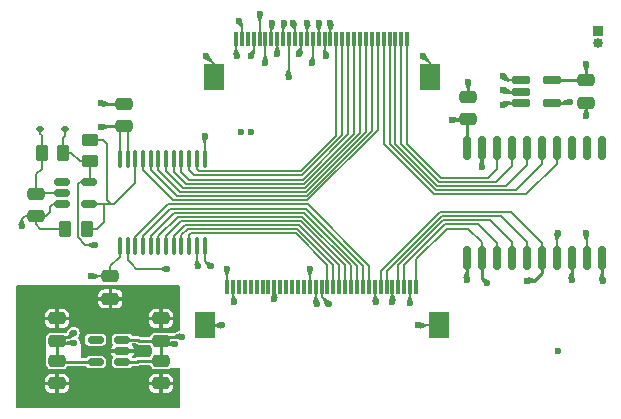
<source format=gtl>
%TF.GenerationSoftware,KiCad,Pcbnew,8.0.9-8.0.9-0~ubuntu22.04.1*%
%TF.CreationDate,2025-08-19T21:28:46+02:00*%
%TF.ProjectId,KG_Disp_Adapter,4b475f44-6973-4705-9f41-646170746572,rev?*%
%TF.SameCoordinates,Original*%
%TF.FileFunction,Copper,L1,Top*%
%TF.FilePolarity,Positive*%
%FSLAX46Y46*%
G04 Gerber Fmt 4.6, Leading zero omitted, Abs format (unit mm)*
G04 Created by KiCad (PCBNEW 8.0.9-8.0.9-0~ubuntu22.04.1) date 2025-08-19 21:28:46*
%MOMM*%
%LPD*%
G01*
G04 APERTURE LIST*
G04 Aperture macros list*
%AMRoundRect*
0 Rectangle with rounded corners*
0 $1 Rounding radius*
0 $2 $3 $4 $5 $6 $7 $8 $9 X,Y pos of 4 corners*
0 Add a 4 corners polygon primitive as box body*
4,1,4,$2,$3,$4,$5,$6,$7,$8,$9,$2,$3,0*
0 Add four circle primitives for the rounded corners*
1,1,$1+$1,$2,$3*
1,1,$1+$1,$4,$5*
1,1,$1+$1,$6,$7*
1,1,$1+$1,$8,$9*
0 Add four rect primitives between the rounded corners*
20,1,$1+$1,$2,$3,$4,$5,0*
20,1,$1+$1,$4,$5,$6,$7,0*
20,1,$1+$1,$6,$7,$8,$9,0*
20,1,$1+$1,$8,$9,$2,$3,0*%
G04 Aperture macros list end*
%TA.AperFunction,SMDPad,CuDef*%
%ADD10RoundRect,0.250000X0.475000X-0.250000X0.475000X0.250000X-0.475000X0.250000X-0.475000X-0.250000X0*%
%TD*%
%TA.AperFunction,SMDPad,CuDef*%
%ADD11RoundRect,0.150000X-0.512500X-0.150000X0.512500X-0.150000X0.512500X0.150000X-0.512500X0.150000X0*%
%TD*%
%TA.AperFunction,SMDPad,CuDef*%
%ADD12RoundRect,0.250000X-0.475000X0.250000X-0.475000X-0.250000X0.475000X-0.250000X0.475000X0.250000X0*%
%TD*%
%TA.AperFunction,SMDPad,CuDef*%
%ADD13RoundRect,0.100000X0.100000X-0.637500X0.100000X0.637500X-0.100000X0.637500X-0.100000X-0.637500X0*%
%TD*%
%TA.AperFunction,SMDPad,CuDef*%
%ADD14RoundRect,0.250000X-0.262500X-0.450000X0.262500X-0.450000X0.262500X0.450000X-0.262500X0.450000X0*%
%TD*%
%TA.AperFunction,SMDPad,CuDef*%
%ADD15RoundRect,0.162500X-0.617500X-0.162500X0.617500X-0.162500X0.617500X0.162500X-0.617500X0.162500X0*%
%TD*%
%TA.AperFunction,SMDPad,CuDef*%
%ADD16RoundRect,0.150000X0.150000X-0.875000X0.150000X0.875000X-0.150000X0.875000X-0.150000X-0.875000X0*%
%TD*%
%TA.AperFunction,SMDPad,CuDef*%
%ADD17RoundRect,0.150000X0.512500X0.150000X-0.512500X0.150000X-0.512500X-0.150000X0.512500X-0.150000X0*%
%TD*%
%TA.AperFunction,SMDPad,CuDef*%
%ADD18RoundRect,0.112500X0.187500X0.112500X-0.187500X0.112500X-0.187500X-0.112500X0.187500X-0.112500X0*%
%TD*%
%TA.AperFunction,SMDPad,CuDef*%
%ADD19R,0.300000X1.300000*%
%TD*%
%TA.AperFunction,SMDPad,CuDef*%
%ADD20R,1.800000X2.200000*%
%TD*%
%TA.AperFunction,SMDPad,CuDef*%
%ADD21RoundRect,0.250000X-0.450000X0.262500X-0.450000X-0.262500X0.450000X-0.262500X0.450000X0.262500X0*%
%TD*%
%TA.AperFunction,ComponentPad*%
%ADD22R,0.850000X0.850000*%
%TD*%
%TA.AperFunction,ComponentPad*%
%ADD23O,0.850000X0.850000*%
%TD*%
%TA.AperFunction,ViaPad*%
%ADD24C,0.600000*%
%TD*%
%TA.AperFunction,Conductor*%
%ADD25C,0.250000*%
%TD*%
%TA.AperFunction,Conductor*%
%ADD26C,0.200000*%
%TD*%
%TA.AperFunction,Conductor*%
%ADD27C,0.150000*%
%TD*%
G04 APERTURE END LIST*
D10*
%TO.P,C3,1*%
%TO.N,GND*%
X177975008Y-112834999D03*
%TO.P,C3,2*%
%TO.N,+5V*%
X177975008Y-110934999D03*
%TD*%
%TO.P,C18,1*%
%TO.N,+3V3*%
X138887508Y-114834999D03*
%TO.P,C18,2*%
%TO.N,GND*%
X138887508Y-112934999D03*
%TD*%
%TO.P,C2,1*%
%TO.N,GND*%
X137687508Y-129434999D03*
%TO.P,C2,2*%
%TO.N,+5V*%
X137687508Y-127534999D03*
%TD*%
D11*
%TO.P,U3,1,NC*%
%TO.N,unconnected-(U3-NC-Pad1)*%
X133637508Y-119534999D03*
%TO.P,U3,2*%
%TO.N,Net-(D1-A)*%
X133637508Y-120484999D03*
%TO.P,U3,3,GND*%
%TO.N,GND*%
X133637508Y-121434999D03*
%TO.P,U3,4*%
%TO.N,Net-(U2-~{OE})*%
X135912508Y-121434999D03*
%TO.P,U3,5,VCC*%
%TO.N,+5V*%
X135912508Y-119534999D03*
%TD*%
D10*
%TO.P,C16,1*%
%TO.N,GND*%
X131375008Y-122434999D03*
%TO.P,C16,2*%
%TO.N,Net-(D1-A)*%
X131375008Y-120534999D03*
%TD*%
D12*
%TO.P,C5,1*%
%TO.N,GND*%
X141975008Y-131084999D03*
%TO.P,C5,2*%
%TO.N,+5V*%
X141975008Y-132984999D03*
%TD*%
D13*
%TO.P,U2,1,V_{CCA}*%
%TO.N,+5V*%
X138512508Y-124997499D03*
%TO.P,U2,2,DIR*%
%TO.N,Net-(U2-DIR)*%
X139162508Y-124997499D03*
%TO.P,U2,3,A1*%
%TO.N,/PCB_D0*%
X139812508Y-124997499D03*
%TO.P,U2,4,A2*%
%TO.N,/PCB_D1*%
X140462508Y-124997499D03*
%TO.P,U2,5,A3*%
%TO.N,/PCB_D2*%
X141112508Y-124997499D03*
%TO.P,U2,6,A4*%
%TO.N,/PCB_D3*%
X141762508Y-124997499D03*
%TO.P,U2,7,A5*%
%TO.N,/PCB_D4*%
X142412508Y-124997499D03*
%TO.P,U2,8,A6*%
%TO.N,/PCB_D5*%
X143062508Y-124997499D03*
%TO.P,U2,9,A7*%
%TO.N,/PCB_D6*%
X143712508Y-124997499D03*
%TO.P,U2,10,A8*%
%TO.N,/PCB_D7*%
X144362508Y-124997499D03*
%TO.P,U2,11,GND*%
%TO.N,GND*%
X145012508Y-124997499D03*
%TO.P,U2,12,GND*%
X145662508Y-124997499D03*
%TO.P,U2,13,GND*%
X145662508Y-117572499D03*
%TO.P,U2,14,B8*%
%TO.N,/DISP_D7*%
X145012508Y-117572499D03*
%TO.P,U2,15,B7*%
%TO.N,/DISP_D6*%
X144362508Y-117572499D03*
%TO.P,U2,16,B6*%
%TO.N,/DISP_D5*%
X143712508Y-117572499D03*
%TO.P,U2,17,B5*%
%TO.N,/DISP_D4*%
X143062508Y-117572499D03*
%TO.P,U2,18,B4*%
%TO.N,/DISP_D3*%
X142412508Y-117572499D03*
%TO.P,U2,19,B3*%
%TO.N,/DISP_D2*%
X141762508Y-117572499D03*
%TO.P,U2,20,B2*%
%TO.N,/DISP_D1*%
X141112508Y-117572499D03*
%TO.P,U2,21,B1*%
%TO.N,/DISP_D0*%
X140462508Y-117572499D03*
%TO.P,U2,22,~{OE}*%
%TO.N,Net-(U2-~{OE})*%
X139812508Y-117572499D03*
%TO.P,U2,23,V_{CCB}*%
%TO.N,+3V3*%
X139162508Y-117572499D03*
%TO.P,U2,24,V_{CCB}*%
X138512508Y-117572499D03*
%TD*%
D14*
%TO.P,R5,1*%
%TO.N,Net-(D1-A)*%
X131862508Y-117084999D03*
%TO.P,R5,2*%
%TO.N,+5V*%
X133687508Y-117084999D03*
%TD*%
D10*
%TO.P,C4,1*%
%TO.N,GND*%
X141975008Y-136584999D03*
%TO.P,C4,2*%
%TO.N,+5V*%
X141975008Y-134684999D03*
%TD*%
D15*
%TO.P,U4,1*%
%TO.N,/PCB_CS*%
X172425008Y-110934999D03*
%TO.P,U4,2*%
%TO.N,/PCB_RD*%
X172425008Y-111884999D03*
%TO.P,U4,3,GND*%
%TO.N,GND*%
X172425008Y-112834999D03*
%TO.P,U4,4*%
%TO.N,Net-(U2-DIR)*%
X175125008Y-112834999D03*
%TO.P,U4,5,VCC*%
%TO.N,+5V*%
X175125008Y-110934999D03*
%TD*%
D16*
%TO.P,U1,1,DIR*%
%TO.N,+3V3*%
X167860008Y-125934999D03*
%TO.P,U1,2,A1*%
%TO.N,/PCB_CS*%
X169130008Y-125934999D03*
%TO.P,U1,3,A2*%
%TO.N,/PCB_RES*%
X170400008Y-125934999D03*
%TO.P,U1,4,A3*%
%TO.N,/PCB_A0*%
X171670008Y-125934999D03*
%TO.P,U1,5,A4*%
%TO.N,/PCB_WR*%
X172940008Y-125934999D03*
%TO.P,U1,6,A5*%
%TO.N,/PCB_RD*%
X174210008Y-125934999D03*
%TO.P,U1,7,A6*%
%TO.N,GND*%
X175480008Y-125934999D03*
%TO.P,U1,8,A7*%
X176750008Y-125934999D03*
%TO.P,U1,9,A8*%
X178020008Y-125934999D03*
%TO.P,U1,10,GND*%
X179290008Y-125934999D03*
%TO.P,U1,11,B8*%
%TO.N,unconnected-(U1-B8-Pad11)*%
X179290008Y-116634999D03*
%TO.P,U1,12,B7*%
%TO.N,unconnected-(U1-B7-Pad12)*%
X178020008Y-116634999D03*
%TO.P,U1,13,B6*%
%TO.N,unconnected-(U1-B6-Pad13)*%
X176750008Y-116634999D03*
%TO.P,U1,14,B5*%
%TO.N,/DISP_RD*%
X175480008Y-116634999D03*
%TO.P,U1,15,B4*%
%TO.N,/DISP_WR*%
X174210008Y-116634999D03*
%TO.P,U1,16,B3*%
%TO.N,/DISP_A0*%
X172940008Y-116634999D03*
%TO.P,U1,17,B2*%
%TO.N,/DISP_RES*%
X171670008Y-116634999D03*
%TO.P,U1,18,B1*%
%TO.N,/DISP_CS*%
X170400008Y-116634999D03*
%TO.P,U1,19,~{OE}*%
%TO.N,GND*%
X169130008Y-116634999D03*
%TO.P,U1,20,VCC*%
%TO.N,+3V3*%
X167860008Y-116634999D03*
%TD*%
D17*
%TO.P,U5,1,IN*%
%TO.N,+5V*%
X138712508Y-134784999D03*
%TO.P,U5,2,GND*%
%TO.N,GND*%
X138712508Y-133834999D03*
%TO.P,U5,3,EN*%
%TO.N,+5V*%
X138712508Y-132884999D03*
%TO.P,U5,4,NC*%
%TO.N,unconnected-(U5-NC-Pad4)*%
X136437508Y-132884999D03*
%TO.P,U5,5,OUT*%
%TO.N,+3V3*%
X136437508Y-134784999D03*
%TD*%
D18*
%TO.P,D1,1,K*%
%TO.N,+5V*%
X133825008Y-115084999D03*
%TO.P,D1,2,A*%
%TO.N,Net-(D1-A)*%
X131725008Y-115084999D03*
%TD*%
D19*
%TO.P,J4,1,Pin_1*%
%TO.N,/DISP_CS*%
X162825008Y-107434999D03*
%TO.P,J4,2,Pin_2*%
%TO.N,/DISP_RES*%
X162325008Y-107434999D03*
%TO.P,J4,3,Pin_3*%
%TO.N,/DISP_A0*%
X161825008Y-107434999D03*
%TO.P,J4,4,Pin_4*%
%TO.N,/DISP_WR*%
X161325008Y-107434999D03*
%TO.P,J4,5,Pin_5*%
%TO.N,/DISP_RD*%
X160825008Y-107434999D03*
%TO.P,J4,6,Pin_6*%
%TO.N,/DISP_D0*%
X160325008Y-107434999D03*
%TO.P,J4,7,Pin_7*%
%TO.N,/DISP_D1*%
X159825008Y-107434999D03*
%TO.P,J4,8,Pin_8*%
%TO.N,/DISP_D2*%
X159325008Y-107434999D03*
%TO.P,J4,9,Pin_9*%
%TO.N,/DISP_D3*%
X158825008Y-107434999D03*
%TO.P,J4,10,Pin_10*%
%TO.N,/DISP_D4*%
X158325008Y-107434999D03*
%TO.P,J4,11,Pin_11*%
%TO.N,/DISP_D5*%
X157825008Y-107434999D03*
%TO.P,J4,12,Pin_12*%
%TO.N,/DISP_D6*%
X157325008Y-107434999D03*
%TO.P,J4,13,Pin_13*%
%TO.N,/DISP_D7*%
X156825008Y-107434999D03*
%TO.P,J4,14,Pin_14*%
%TO.N,GND*%
X156325008Y-107434999D03*
%TO.P,J4,15,Pin_15*%
%TO.N,Net-(J4-Pin_15)*%
X155825008Y-107434999D03*
%TO.P,J4,16,Pin_16*%
%TO.N,Net-(J4-Pin_16)*%
X155325008Y-107434999D03*
%TO.P,J4,17,Pin_17*%
%TO.N,Net-(J4-Pin_17)*%
X154825008Y-107434999D03*
%TO.P,J4,18,Pin_18*%
%TO.N,Net-(J4-Pin_18)*%
X154325008Y-107434999D03*
%TO.P,J4,19,Pin_19*%
%TO.N,Net-(J4-Pin_19)*%
X153825008Y-107434999D03*
%TO.P,J4,20,Pin_20*%
%TO.N,Net-(J4-Pin_20)*%
X153325008Y-107434999D03*
%TO.P,J4,21,Pin_21*%
%TO.N,GND*%
X152825008Y-107434999D03*
%TO.P,J4,22,Pin_22*%
%TO.N,+3V3*%
X152325008Y-107434999D03*
%TO.P,J4,23,Pin_23*%
%TO.N,Net-(J4-Pin_23)*%
X151825008Y-107434999D03*
%TO.P,J4,24,Pin_24*%
%TO.N,Net-(J4-Pin_24)*%
X151325008Y-107434999D03*
%TO.P,J4,25,Pin_25*%
%TO.N,Net-(J4-Pin_25)*%
X150825008Y-107434999D03*
%TO.P,J4,26,Pin_26*%
%TO.N,Net-(J4-Pin_26)*%
X150325008Y-107434999D03*
%TO.P,J4,27,Pin_27*%
%TO.N,Net-(J4-Pin_27)*%
X149825008Y-107434999D03*
%TO.P,J4,28,Pin_28*%
%TO.N,unconnected-(J4-Pin_28-Pad28)*%
X149325008Y-107434999D03*
%TO.P,J4,29,Pin_29*%
%TO.N,GND*%
X148825008Y-107434999D03*
%TO.P,J4,30,Pin_30*%
%TO.N,+3V3*%
X148325008Y-107434999D03*
D20*
%TO.P,J4,MP,MountPin*%
%TO.N,GND*%
X146425008Y-110684999D03*
X164725008Y-110684999D03*
%TD*%
D10*
%TO.P,C6,1*%
%TO.N,GND*%
X133175008Y-136584999D03*
%TO.P,C6,2*%
%TO.N,+3V3*%
X133175008Y-134684999D03*
%TD*%
D12*
%TO.P,C17,1*%
%TO.N,GND*%
X133175008Y-131084999D03*
%TO.P,C17,2*%
%TO.N,+3V3*%
X133175008Y-132984999D03*
%TD*%
%TO.P,C1,1*%
%TO.N,GND*%
X167975008Y-112334999D03*
%TO.P,C1,2*%
%TO.N,+3V3*%
X167975008Y-114234999D03*
%TD*%
D14*
%TO.P,R3,1*%
%TO.N,GND*%
X133862508Y-123484999D03*
%TO.P,R3,2*%
%TO.N,Net-(U2-~{OE})*%
X135687508Y-123484999D03*
%TD*%
D19*
%TO.P,J3,1,Pin_1*%
%TO.N,/PCB_CS*%
X163575008Y-128434999D03*
%TO.P,J3,2,Pin_2*%
%TO.N,+5V*%
X163075008Y-128434999D03*
%TO.P,J3,3,Pin_3*%
%TO.N,/PCB_RES*%
X162575008Y-128434999D03*
%TO.P,J3,4,Pin_4*%
%TO.N,/PCB_A0*%
X162075008Y-128434999D03*
%TO.P,J3,5,Pin_5*%
%TO.N,GND*%
X161575008Y-128434999D03*
%TO.P,J3,6,Pin_6*%
%TO.N,/PCB_WR*%
X161075008Y-128434999D03*
%TO.P,J3,7,Pin_7*%
%TO.N,/PCB_RD*%
X160575008Y-128434999D03*
%TO.P,J3,8,Pin_8*%
%TO.N,+5V*%
X160075008Y-128434999D03*
%TO.P,J3,9,Pin_9*%
%TO.N,/PCB_D0*%
X159575008Y-128434999D03*
%TO.P,J3,10,Pin_10*%
%TO.N,/PCB_D1*%
X159075008Y-128434999D03*
%TO.P,J3,11,Pin_11*%
%TO.N,/PCB_D2*%
X158575008Y-128434999D03*
%TO.P,J3,12,Pin_12*%
%TO.N,/PCB_D3*%
X158075008Y-128434999D03*
%TO.P,J3,13,Pin_13*%
%TO.N,/PCB_D4*%
X157575008Y-128434999D03*
%TO.P,J3,14,Pin_14*%
%TO.N,/PCB_D5*%
X157075008Y-128434999D03*
%TO.P,J3,15,Pin_15*%
%TO.N,/PCB_D6*%
X156575008Y-128434999D03*
%TO.P,J3,16,Pin_16*%
%TO.N,/PCB_D7*%
X156075008Y-128434999D03*
%TO.P,J3,17,Pin_17*%
%TO.N,+5V*%
X155575008Y-128434999D03*
%TO.P,J3,18,Pin_18*%
X155075008Y-128434999D03*
%TO.P,J3,19,Pin_19*%
%TO.N,GND*%
X154575008Y-128434999D03*
%TO.P,J3,20,Pin_20*%
%TO.N,unconnected-(J3-Pin_20-Pad20)*%
X154075008Y-128434999D03*
%TO.P,J3,21,Pin_21*%
%TO.N,unconnected-(J3-Pin_21-Pad21)*%
X153575008Y-128434999D03*
%TO.P,J3,22,Pin_22*%
%TO.N,unconnected-(J3-Pin_22-Pad22)*%
X153075008Y-128434999D03*
%TO.P,J3,23,Pin_23*%
%TO.N,unconnected-(J3-Pin_23-Pad23)*%
X152575008Y-128434999D03*
%TO.P,J3,24,Pin_24*%
%TO.N,unconnected-(J3-Pin_24-Pad24)*%
X152075008Y-128434999D03*
%TO.P,J3,25,Pin_25*%
%TO.N,GND*%
X151575008Y-128434999D03*
%TO.P,J3,26,Pin_26*%
%TO.N,unconnected-(J3-Pin_26-Pad26)*%
X151075008Y-128434999D03*
%TO.P,J3,27,Pin_27*%
%TO.N,unconnected-(J3-Pin_27-Pad27)*%
X150575008Y-128434999D03*
%TO.P,J3,28,Pin_28*%
%TO.N,unconnected-(J3-Pin_28-Pad28)*%
X150075008Y-128434999D03*
%TO.P,J3,29,Pin_29*%
%TO.N,unconnected-(J3-Pin_29-Pad29)*%
X149575008Y-128434999D03*
%TO.P,J3,30,Pin_30*%
%TO.N,unconnected-(J3-Pin_30-Pad30)*%
X149075008Y-128434999D03*
%TO.P,J3,31,Pin_31*%
%TO.N,unconnected-(J3-Pin_31-Pad31)*%
X148575008Y-128434999D03*
%TO.P,J3,32,Pin_32*%
%TO.N,+5V*%
X148075008Y-128434999D03*
%TO.P,J3,33,Pin_33*%
%TO.N,GND*%
X147575008Y-128434999D03*
D20*
%TO.P,J3,MP,MountPin*%
X145675008Y-131684999D03*
X165475008Y-131684999D03*
%TD*%
D21*
%TO.P,R4,1*%
%TO.N,Net-(U2-~{OE})*%
X135975008Y-115972499D03*
%TO.P,R4,2*%
%TO.N,+5V*%
X135975008Y-117797499D03*
%TD*%
D22*
%TO.P,J1,1,Pin_1*%
%TO.N,Net-(J1-Pin_1)*%
X178950008Y-106784999D03*
D23*
%TO.P,J1,2,Pin_2*%
%TO.N,Net-(J1-Pin_2)*%
X178950008Y-107784999D03*
%TD*%
D24*
%TO.N,+3V3*%
X167860008Y-127799999D03*
X134650008Y-133159999D03*
X152375008Y-106109999D03*
X148775008Y-115284999D03*
X148375008Y-108884999D03*
X149575008Y-115284999D03*
X136887508Y-114884999D03*
X166575008Y-114284999D03*
X134575008Y-132284999D03*
%TO.N,GND*%
X140375008Y-133834999D03*
X148575008Y-105884999D03*
X161575008Y-129684999D03*
X177975008Y-123884999D03*
X163775008Y-131684999D03*
X170975008Y-112984999D03*
X141975008Y-129834999D03*
X154575008Y-126884999D03*
X156325008Y-106084999D03*
X167975008Y-111084999D03*
X130175008Y-123284999D03*
X133175008Y-137834999D03*
X145775008Y-108884999D03*
X145087508Y-126684999D03*
X136087508Y-129484999D03*
X134775008Y-131084999D03*
X145687508Y-115684999D03*
X151575008Y-129484999D03*
X136887508Y-112884999D03*
X147575008Y-126884999D03*
X176750008Y-127859999D03*
X152775008Y-110684999D03*
X175575008Y-123884999D03*
X146175008Y-126684999D03*
X164175008Y-108884999D03*
X175575008Y-133884999D03*
X179375008Y-127884999D03*
X177975008Y-113984999D03*
X147175008Y-131684999D03*
X169175008Y-118284999D03*
X141975008Y-137834999D03*
%TO.N,+5V*%
X160175008Y-129684999D03*
X156175008Y-129884999D03*
X136087508Y-127484999D03*
X155175008Y-129884999D03*
X148175008Y-129684999D03*
X177975008Y-109584999D03*
X163075008Y-129784999D03*
X143175008Y-133234999D03*
X136375008Y-124884999D03*
X143725008Y-132634999D03*
%TO.N,Net-(J4-Pin_15)*%
X155975008Y-108884999D03*
%TO.N,Net-(J4-Pin_27)*%
X149575008Y-108884999D03*
%TO.N,Net-(J4-Pin_26)*%
X150375008Y-105284999D03*
%TO.N,Net-(J4-Pin_25)*%
X150775008Y-109484999D03*
%TO.N,Net-(J4-Pin_24)*%
X151375008Y-106084999D03*
%TO.N,Net-(J4-Pin_23)*%
X151800008Y-108684999D03*
%TO.N,Net-(J4-Pin_20)*%
X153175008Y-106084999D03*
%TO.N,Net-(J4-Pin_19)*%
X153700008Y-108684999D03*
%TO.N,Net-(J4-Pin_17)*%
X154775008Y-109484999D03*
%TO.N,Net-(J4-Pin_16)*%
X155375008Y-106084999D03*
%TO.N,Net-(J4-Pin_18)*%
X154375008Y-106109999D03*
%TO.N,/PCB_CS*%
X170975008Y-110584999D03*
X169575008Y-128084999D03*
%TO.N,/PCB_RD*%
X172975008Y-127884999D03*
X170975008Y-111784999D03*
%TO.N,Net-(U2-DIR)*%
X142487508Y-126884999D03*
X176575008Y-112784999D03*
%TD*%
D25*
%TO.N,+3V3*%
X136937508Y-114834999D02*
X136887508Y-114884999D01*
X138887508Y-114834999D02*
X136937508Y-114834999D01*
X167860008Y-114349999D02*
X167975008Y-114234999D01*
X167860008Y-116634999D02*
X167860008Y-114349999D01*
X167925008Y-114284999D02*
X166575008Y-114284999D01*
X133275008Y-134784999D02*
X133175008Y-134684999D01*
X133475008Y-132684999D02*
X133775008Y-132684999D01*
X167975008Y-114234999D02*
X167925008Y-114284999D01*
X133475008Y-132684999D02*
X134175008Y-132684999D01*
D26*
X152325008Y-106159999D02*
X152375008Y-106109999D01*
X139162508Y-117572499D02*
X139162508Y-115109999D01*
X148325008Y-108834999D02*
X148375008Y-108884999D01*
X152325008Y-107434999D02*
X152325008Y-106159999D01*
D25*
X167775008Y-127884999D02*
X167860008Y-127799999D01*
X133175008Y-132984999D02*
X133175008Y-134684999D01*
X134650008Y-133159999D02*
X133350008Y-133159999D01*
D26*
X138512508Y-117572499D02*
X138512508Y-115209999D01*
D25*
X134175008Y-132684999D02*
X134575008Y-132284999D01*
D26*
X148325008Y-107434999D02*
X148325008Y-108834999D01*
X139162508Y-115109999D02*
X138887508Y-114834999D01*
D25*
X133175008Y-132984999D02*
X133475008Y-132684999D01*
X167860008Y-125934999D02*
X167860008Y-127799999D01*
X136437508Y-134784999D02*
X133275008Y-134784999D01*
D26*
X138512508Y-115209999D02*
X138887508Y-114834999D01*
D25*
X133350008Y-133159999D02*
X133175008Y-132984999D01*
%TO.N,GND*%
X177975008Y-112834999D02*
X177975008Y-113984999D01*
D26*
X147575008Y-128434999D02*
X147575008Y-126884999D01*
X133175008Y-131084999D02*
X134775008Y-131084999D01*
D25*
X179290008Y-127799999D02*
X179375008Y-127884999D01*
X169130008Y-118239999D02*
X169175008Y-118284999D01*
D27*
X132825008Y-121434999D02*
X132575008Y-121684999D01*
D26*
X146425008Y-109534999D02*
X146425008Y-110684999D01*
X178020008Y-125934999D02*
X178020008Y-123929999D01*
D27*
X145012508Y-126609999D02*
X145087508Y-126684999D01*
X131775008Y-123484999D02*
X131375008Y-123084999D01*
D25*
X176775008Y-127884999D02*
X176750008Y-127859999D01*
D26*
X165475008Y-131684999D02*
X163775008Y-131684999D01*
D25*
X141975008Y-136584999D02*
X141975008Y-137834999D01*
D26*
X152775008Y-109984999D02*
X152775008Y-110684999D01*
X164725008Y-109434999D02*
X164725008Y-110684999D01*
X175480008Y-123979999D02*
X175575008Y-123884999D01*
X145675008Y-131684999D02*
X147175008Y-131684999D01*
D27*
X131375008Y-123084999D02*
X131375008Y-122434999D01*
D26*
X152825008Y-109934999D02*
X152775008Y-109984999D01*
D25*
X136937508Y-112934999D02*
X136887508Y-112884999D01*
X179290008Y-125934999D02*
X179290008Y-127799999D01*
D27*
X133637508Y-121434999D02*
X132825008Y-121434999D01*
D25*
X171125008Y-112834999D02*
X170975008Y-112984999D01*
D27*
X133862508Y-123484999D02*
X131775008Y-123484999D01*
D25*
X138887508Y-112934999D02*
X136937508Y-112934999D01*
D27*
X146087508Y-126684999D02*
X146175008Y-126684999D01*
D26*
X148575008Y-105884999D02*
X148825008Y-106134999D01*
D25*
X172425008Y-112834999D02*
X171125008Y-112834999D01*
X169130008Y-116634999D02*
X169130008Y-118239999D01*
X167975008Y-112334999D02*
X167975008Y-111084999D01*
D27*
X145662508Y-115709999D02*
X145687508Y-115684999D01*
X145012508Y-124997499D02*
X145012508Y-126609999D01*
D26*
X154575008Y-128434999D02*
X154575008Y-126884999D01*
D27*
X145662508Y-124997499D02*
X145662508Y-126259999D01*
D26*
X161575008Y-128434999D02*
X161575008Y-129684999D01*
X178020008Y-123929999D02*
X177975008Y-123884999D01*
D25*
X176750008Y-125934999D02*
X176750008Y-127859999D01*
D26*
X164175008Y-108884999D02*
X164725008Y-109434999D01*
X148825008Y-106134999D02*
X148825008Y-107434999D01*
D27*
X130175008Y-122684999D02*
X130175008Y-123284999D01*
X132575008Y-122084999D02*
X132225008Y-122434999D01*
X131375008Y-122434999D02*
X130425008Y-122434999D01*
X145662508Y-117572499D02*
X145662508Y-115709999D01*
D26*
X137687508Y-129434999D02*
X136137508Y-129434999D01*
D27*
X130425008Y-122434999D02*
X130175008Y-122684999D01*
X132225008Y-122434999D02*
X131375008Y-122434999D01*
D26*
X136137508Y-129434999D02*
X136087508Y-129484999D01*
X156325008Y-106084999D02*
X156325008Y-107434999D01*
D25*
X133175008Y-137834999D02*
X133175008Y-136477086D01*
X133175008Y-136584999D02*
X133175008Y-137834999D01*
X141975008Y-131084999D02*
X141975008Y-129834999D01*
D27*
X132575008Y-121684999D02*
X132575008Y-122084999D01*
D26*
X151575008Y-128434999D02*
X151575008Y-129484999D01*
D25*
X138712508Y-133834999D02*
X140375008Y-133834999D01*
D26*
X145775008Y-108884999D02*
X146425008Y-109534999D01*
X175480008Y-125934999D02*
X175480008Y-123979999D01*
X152825008Y-109934999D02*
X152825008Y-107434999D01*
D25*
X141975008Y-137834999D02*
X141975008Y-136509999D01*
D27*
X145662508Y-126259999D02*
X146087508Y-126684999D01*
D26*
%TO.N,+5V*%
X155575008Y-129284999D02*
X156175008Y-129884999D01*
D25*
X177975008Y-110934999D02*
X177975008Y-109584999D01*
D26*
X135912508Y-119534999D02*
X135125008Y-119534999D01*
X155075008Y-128434999D02*
X155075008Y-129784999D01*
D25*
X141975008Y-132984999D02*
X142325008Y-132634999D01*
X140025008Y-132884999D02*
X140125008Y-132984999D01*
X141775008Y-133234999D02*
X143175008Y-133234999D01*
D27*
X133825008Y-115084999D02*
X133825008Y-115634999D01*
D26*
X135975008Y-119472499D02*
X135912508Y-119534999D01*
X155575008Y-128434999D02*
X155575008Y-129284999D01*
D27*
X133687508Y-115772499D02*
X133687508Y-117084999D01*
D26*
X136137508Y-127534999D02*
X136087508Y-127484999D01*
X134375008Y-117084999D02*
X133687508Y-117084999D01*
X134925008Y-119734999D02*
X134925008Y-124234999D01*
D27*
X133825008Y-115634999D02*
X133687508Y-115772499D01*
D26*
X160075008Y-128434999D02*
X160075008Y-129584999D01*
X155075008Y-129784999D02*
X155175008Y-129884999D01*
X137712508Y-127509999D02*
X137687508Y-127534999D01*
X135575008Y-124884999D02*
X136375008Y-124884999D01*
X135125008Y-119534999D02*
X134925008Y-119734999D01*
D25*
X138712508Y-132884999D02*
X140025008Y-132884999D01*
D26*
X163075008Y-128434999D02*
X163075008Y-129784999D01*
D25*
X140025008Y-134684999D02*
X141975008Y-134684999D01*
D26*
X163175008Y-129884999D02*
X163075008Y-129784999D01*
X135087508Y-117797499D02*
X134375008Y-117084999D01*
X135975008Y-117797499D02*
X135087508Y-117797499D01*
X134925008Y-124234999D02*
X135575008Y-124884999D01*
X138512508Y-125859999D02*
X137687508Y-126684999D01*
D25*
X139925008Y-134784999D02*
X140025008Y-134684999D01*
D26*
X137687508Y-127534999D02*
X136137508Y-127534999D01*
X148075008Y-129584999D02*
X148175008Y-129684999D01*
D25*
X140125008Y-132984999D02*
X141975008Y-132984999D01*
X175125008Y-110934999D02*
X177975008Y-110934999D01*
X142325008Y-132634999D02*
X143725008Y-132634999D01*
D26*
X138512508Y-124997499D02*
X138512508Y-125859999D01*
D25*
X141975008Y-132984999D02*
X141975008Y-134684999D01*
X138712508Y-134784999D02*
X139925008Y-134784999D01*
D26*
X148075008Y-128434999D02*
X148075008Y-129584999D01*
X135975008Y-117797499D02*
X135975008Y-119472499D01*
X160075008Y-129584999D02*
X160175008Y-129684999D01*
X137687508Y-126684999D02*
X137687508Y-127534999D01*
%TO.N,Net-(J4-Pin_15)*%
X155825008Y-107434999D02*
X155825008Y-108734999D01*
X155825008Y-108734999D02*
X155975008Y-108884999D01*
%TO.N,Net-(J4-Pin_27)*%
X149825008Y-108634999D02*
X149825008Y-107434999D01*
X149575008Y-108884999D02*
X149825008Y-108634999D01*
%TO.N,Net-(J4-Pin_26)*%
X150325008Y-107434999D02*
X150325008Y-105334999D01*
X150325008Y-105334999D02*
X150375008Y-105284999D01*
%TO.N,Net-(J4-Pin_25)*%
X150825008Y-109434999D02*
X150775008Y-109484999D01*
X150825008Y-107434999D02*
X150825008Y-109434999D01*
%TO.N,Net-(J4-Pin_24)*%
X151325008Y-106134999D02*
X151375008Y-106084999D01*
X151325008Y-107434999D02*
X151325008Y-106134999D01*
%TO.N,Net-(J4-Pin_23)*%
X151825008Y-108684999D02*
X151825008Y-107434999D01*
%TO.N,Net-(J4-Pin_20)*%
X153325008Y-106234999D02*
X153175008Y-106084999D01*
X153325008Y-107434999D02*
X153325008Y-106234999D01*
%TO.N,Net-(J4-Pin_19)*%
X153675008Y-108684999D02*
X153825008Y-108534999D01*
X153825008Y-108534999D02*
X153825008Y-107434999D01*
%TO.N,Net-(J4-Pin_17)*%
X154775008Y-109484999D02*
X154825008Y-109434999D01*
X154825008Y-109434999D02*
X154825008Y-107434999D01*
%TO.N,Net-(J4-Pin_16)*%
X155325008Y-107434999D02*
X155325008Y-106134999D01*
X155325008Y-106134999D02*
X155375008Y-106084999D01*
%TO.N,Net-(J4-Pin_18)*%
X154325008Y-107434999D02*
X154325008Y-106159999D01*
X154325008Y-106159999D02*
X154375008Y-106109999D01*
D27*
%TO.N,/PCB_CS*%
X166175008Y-123484999D02*
X163575008Y-126084999D01*
D26*
X171325008Y-110934999D02*
X170975008Y-110584999D01*
D25*
X169130008Y-127639999D02*
X169575008Y-128084999D01*
D27*
X167975008Y-123484999D02*
X166175008Y-123484999D01*
D26*
X172425008Y-110934999D02*
X171325008Y-110934999D01*
D27*
X169130008Y-125934999D02*
X169130008Y-124639999D01*
D25*
X169130008Y-125934999D02*
X169130008Y-127639999D01*
D27*
X163575008Y-126084999D02*
X163575008Y-128434999D01*
X169130008Y-124639999D02*
X167975008Y-123484999D01*
%TO.N,/PCB_D6*%
X144237508Y-123534999D02*
X153519982Y-123534999D01*
X153519982Y-123534999D02*
X156575008Y-126590025D01*
X143712508Y-124997499D02*
X143712508Y-124059999D01*
X143712508Y-124059999D02*
X144237508Y-123534999D01*
X156575008Y-126590025D02*
X156575008Y-128434999D01*
%TO.N,/PCB_D7*%
X156075008Y-126584999D02*
X156075008Y-128434999D01*
X144487508Y-123884999D02*
X153375008Y-123884999D01*
X144362508Y-124997499D02*
X144362508Y-124009999D01*
X144362508Y-124009999D02*
X144487508Y-123884999D01*
X153375008Y-123884999D02*
X156075008Y-126584999D01*
%TO.N,/PCB_D3*%
X143382483Y-122484999D02*
X153954905Y-122484999D01*
X141762508Y-124997499D02*
X141762508Y-124104974D01*
X158075008Y-126605102D02*
X158075008Y-128434999D01*
X153954905Y-122484999D02*
X158075008Y-126605102D01*
X141762508Y-124104974D02*
X143382483Y-122484999D01*
D25*
%TO.N,/PCB_RD*%
X172975008Y-127884999D02*
X173575008Y-127884999D01*
X174210008Y-127249999D02*
X174210008Y-125934999D01*
X172420008Y-111889999D02*
X172425008Y-111884999D01*
D27*
X171575008Y-122084999D02*
X165595108Y-122084999D01*
X174210008Y-124719999D02*
X171575008Y-122084999D01*
X174210008Y-125934999D02*
X174210008Y-124719999D01*
D25*
X171075008Y-111884999D02*
X170975008Y-111784999D01*
X173575008Y-127884999D02*
X174210008Y-127249999D01*
D27*
X160575008Y-127105099D02*
X160575008Y-128434999D01*
D25*
X172425008Y-111884999D02*
X171075008Y-111884999D01*
D27*
X165595108Y-122084999D02*
X160575008Y-127105099D01*
%TO.N,/PCB_A0*%
X165885058Y-122784999D02*
X162075008Y-126595049D01*
X171670008Y-125934999D02*
X171670008Y-124579999D01*
X162075008Y-126595049D02*
X162075008Y-128434999D01*
X169875008Y-122784999D02*
X165885058Y-122784999D01*
X171670008Y-124579999D02*
X169875008Y-122784999D01*
%TO.N,/PCB_D4*%
X153809931Y-122834999D02*
X157575008Y-126600076D01*
X142412508Y-124997499D02*
X142412508Y-124104974D01*
X142412508Y-124104974D02*
X143682483Y-122834999D01*
X157575008Y-126600076D02*
X157575008Y-128434999D01*
X143682483Y-122834999D02*
X153809931Y-122834999D01*
%TO.N,/PCB_RES*%
X168825008Y-123134999D02*
X166030033Y-123134999D01*
X170400008Y-125934999D02*
X170400008Y-124709999D01*
X162575008Y-126590024D02*
X162575008Y-128434999D01*
X170400008Y-124709999D02*
X168825008Y-123134999D01*
X166030033Y-123134999D02*
X162575008Y-126590024D01*
%TO.N,/PCB_D2*%
X143082483Y-122134999D02*
X154099879Y-122134999D01*
X154099879Y-122134999D02*
X158575008Y-126610128D01*
X141112508Y-124104974D02*
X143082483Y-122134999D01*
X158575008Y-126610128D02*
X158575008Y-128434999D01*
X141112508Y-124997499D02*
X141112508Y-124104974D01*
D25*
X158600008Y-128409999D02*
X158575008Y-128434999D01*
D27*
%TO.N,/PCB_D0*%
X142537508Y-121434999D02*
X154389828Y-121434999D01*
X159575008Y-126620179D02*
X159575008Y-128434999D01*
X139812508Y-124159999D02*
X142537508Y-121434999D01*
X154389828Y-121434999D02*
X159575008Y-126620179D01*
X139812508Y-124997499D02*
X139812508Y-124159999D01*
%TO.N,/PCB_D5*%
X153664956Y-123184999D02*
X157075008Y-126595051D01*
X143062508Y-124109999D02*
X143987508Y-123184999D01*
X157075008Y-126595051D02*
X157075008Y-128434999D01*
X143987508Y-123184999D02*
X153664956Y-123184999D01*
X143062508Y-124997499D02*
X143062508Y-124109999D01*
%TO.N,/PCB_WR*%
X172940008Y-124649999D02*
X170725008Y-122434999D01*
X170725008Y-122434999D02*
X165740083Y-122434999D01*
X165740083Y-122434999D02*
X161075008Y-127100074D01*
X172940008Y-125934999D02*
X172940008Y-124649999D01*
X161075008Y-127100074D02*
X161075008Y-128434999D01*
%TO.N,/PCB_D1*%
X140462508Y-124997499D02*
X140462508Y-124104974D01*
X159075008Y-126615153D02*
X159075008Y-128434999D01*
X154244854Y-121784999D02*
X159075008Y-126615153D01*
X142782483Y-121784999D02*
X154244854Y-121784999D01*
X140462508Y-124104974D02*
X142782483Y-121784999D01*
%TO.N,/DISP_A0*%
X171175008Y-119884999D02*
X165385058Y-119884999D01*
X161825008Y-116324949D02*
X161825008Y-107434999D01*
X172940008Y-116634999D02*
X172940008Y-118119999D01*
X165385058Y-119884999D02*
X161825008Y-116324949D01*
X172940008Y-118119999D02*
X171175008Y-119884999D01*
%TO.N,/DISP_D1*%
X141112508Y-118509999D02*
X143337508Y-120734999D01*
X143337508Y-120734999D02*
X154300744Y-120734999D01*
X159825008Y-115210735D02*
X159825008Y-107434999D01*
X141112508Y-117572499D02*
X141112508Y-118509999D01*
X154300744Y-120734999D02*
X159825008Y-115210735D01*
%TO.N,/DISP_D5*%
X154003688Y-119334999D02*
X157825008Y-115513679D01*
X144337508Y-119334999D02*
X154003688Y-119334999D01*
X143712508Y-118709999D02*
X144337508Y-119334999D01*
X143712508Y-117572499D02*
X143712508Y-118709999D01*
X157825008Y-115513679D02*
X157825008Y-107434999D01*
%TO.N,/DISP_D4*%
X154077952Y-119684999D02*
X158325008Y-115437943D01*
X143062508Y-118659999D02*
X144087508Y-119684999D01*
X144087508Y-119684999D02*
X154077952Y-119684999D01*
X143062508Y-117572499D02*
X143062508Y-118659999D01*
X158325008Y-115437943D02*
X158325008Y-107434999D01*
%TO.N,/DISP_D2*%
X159325008Y-115286471D02*
X159325008Y-107434999D01*
X141762508Y-118559999D02*
X143587508Y-120384999D01*
X154226480Y-120384999D02*
X159325008Y-115286471D01*
X143587508Y-120384999D02*
X154226480Y-120384999D01*
X141762508Y-117572499D02*
X141762508Y-118559999D01*
%TO.N,/DISP_D3*%
X154152216Y-120034999D02*
X158825008Y-115362207D01*
X158825008Y-115362207D02*
X158825008Y-107434999D01*
X143837508Y-120034999D02*
X154152216Y-120034999D01*
X142412508Y-117572499D02*
X142412508Y-118609999D01*
X142412508Y-118609999D02*
X143837508Y-120034999D01*
%TO.N,/DISP_CS*%
X170400008Y-118459999D02*
X169675008Y-119184999D01*
X170400008Y-116634999D02*
X170400008Y-118459999D01*
X162825008Y-116334999D02*
X162825008Y-107434999D01*
X169675008Y-119184999D02*
X165675008Y-119184999D01*
X165675008Y-119184999D02*
X162825008Y-116334999D01*
%TO.N,/DISP_D7*%
X153855160Y-118634999D02*
X156825008Y-115665151D01*
X145012508Y-118409999D02*
X145237508Y-118634999D01*
X145012508Y-117572499D02*
X145012508Y-118409999D01*
X145237508Y-118634999D02*
X153855160Y-118634999D01*
X156825008Y-115665151D02*
X156825008Y-107434999D01*
%TO.N,/DISP_RD*%
X172875008Y-120584999D02*
X165095108Y-120584999D01*
X165095108Y-120584999D02*
X160825008Y-116314899D01*
X175480008Y-117979999D02*
X172875008Y-120584999D01*
X175480008Y-116634999D02*
X175480008Y-117979999D01*
X160825008Y-116314899D02*
X160825008Y-107434999D01*
%TO.N,/DISP_D6*%
X157325008Y-115589415D02*
X157325008Y-107434999D01*
X144362508Y-117572499D02*
X144362508Y-118559999D01*
X144787508Y-118984999D02*
X153929424Y-118984999D01*
X153929424Y-118984999D02*
X157325008Y-115589415D01*
X144362508Y-118559999D02*
X144787508Y-118984999D01*
%TO.N,/DISP_WR*%
X174210008Y-116634999D02*
X174210008Y-118049999D01*
X161325008Y-116319924D02*
X161325008Y-107434999D01*
X172025008Y-120234999D02*
X165240083Y-120234999D01*
X165240083Y-120234999D02*
X161325008Y-116319924D01*
X174210008Y-118049999D02*
X172025008Y-120234999D01*
%TO.N,/DISP_RES*%
X171670008Y-116634999D02*
X171670008Y-118189999D01*
X165530033Y-119534999D02*
X162325008Y-116329974D01*
X162325008Y-116329974D02*
X162325008Y-107434999D01*
X171670008Y-118189999D02*
X170325008Y-119534999D01*
X170325008Y-119534999D02*
X165530033Y-119534999D01*
%TO.N,/DISP_D0*%
X160325008Y-107434999D02*
X160325008Y-115134999D01*
X154375008Y-121084999D02*
X142987508Y-121084999D01*
X160325008Y-115134999D02*
X154375008Y-121084999D01*
X140462508Y-118559999D02*
X140462508Y-117572499D01*
X142987508Y-121084999D02*
X140462508Y-118559999D01*
D26*
%TO.N,Net-(U2-DIR)*%
X139162508Y-126159999D02*
X139487508Y-126484999D01*
X139162508Y-124997499D02*
X139162508Y-126159999D01*
D25*
X175125008Y-112834999D02*
X176525008Y-112834999D01*
X176525008Y-112834999D02*
X176575008Y-112784999D01*
D26*
X139887508Y-126884999D02*
X142487508Y-126884999D01*
X139487508Y-126484999D02*
X139887508Y-126884999D01*
D27*
%TO.N,Net-(D1-A)*%
X131375008Y-118884999D02*
X131375008Y-120534999D01*
X133637508Y-120484999D02*
X131425008Y-120484999D01*
X131725008Y-115434999D02*
X131862508Y-115572499D01*
X131425008Y-120484999D02*
X131375008Y-120534999D01*
X131862508Y-117084999D02*
X131862508Y-118397499D01*
X131725008Y-115084999D02*
X131725008Y-115434999D01*
X131862508Y-118397499D02*
X131375008Y-118884999D01*
X131862508Y-115572499D02*
X131862508Y-117084999D01*
%TO.N,Net-(U2-~{OE})*%
X135975008Y-115972499D02*
X137062508Y-115972499D01*
X136575008Y-123484999D02*
X137175008Y-122884999D01*
X137175008Y-122884999D02*
X137175008Y-121434999D01*
X137775008Y-121434999D02*
X137175008Y-121434999D01*
X138025008Y-121434999D02*
X137775008Y-121434999D01*
X139812508Y-117572499D02*
X139812508Y-119647499D01*
X137375008Y-116284999D02*
X137375008Y-121034999D01*
X135687508Y-123484999D02*
X136575008Y-123484999D01*
X137062508Y-115972499D02*
X137375008Y-116284999D01*
X137375008Y-121034999D02*
X137775008Y-121434999D01*
X139812508Y-119647499D02*
X138025008Y-121434999D01*
X137175008Y-121434999D02*
X135912508Y-121434999D01*
%TD*%
%TA.AperFunction,Conductor*%
%TO.N,GND*%
G36*
X143553334Y-128306673D02*
G01*
X143575008Y-128358999D01*
X143575008Y-132099157D01*
X143553334Y-132151483D01*
X143523152Y-132169766D01*
X143157312Y-132284499D01*
X143090839Y-132305346D01*
X143088409Y-132306108D01*
X143066265Y-132309499D01*
X142610570Y-132309499D01*
X142586129Y-132305346D01*
X142534713Y-132287354D01*
X142534709Y-132287353D01*
X142527098Y-132286639D01*
X142504274Y-132284499D01*
X141445742Y-132284499D01*
X141415309Y-132287353D01*
X141415307Y-132287353D01*
X141415303Y-132287354D01*
X141287126Y-132332205D01*
X141287124Y-132332206D01*
X141177861Y-132412845D01*
X141177854Y-132412852D01*
X141097215Y-132522115D01*
X141097214Y-132522117D01*
X141066484Y-132609940D01*
X141028744Y-132652171D01*
X140996637Y-132659499D01*
X140290486Y-132659499D01*
X140238161Y-132637825D01*
X140224870Y-132624534D01*
X140224867Y-132624532D01*
X140224866Y-132624531D01*
X140150651Y-132581683D01*
X140150649Y-132581682D01*
X140150648Y-132581681D01*
X140150647Y-132581681D01*
X140067861Y-132559499D01*
X140067859Y-132559499D01*
X139574419Y-132559499D01*
X139522093Y-132537825D01*
X139514223Y-132528533D01*
X139431490Y-132445800D01*
X139326402Y-132394426D01*
X139258272Y-132384499D01*
X139258268Y-132384499D01*
X138166748Y-132384499D01*
X138166743Y-132384499D01*
X138098614Y-132394426D01*
X138098613Y-132394426D01*
X137993525Y-132445800D01*
X137910809Y-132528516D01*
X137859435Y-132633604D01*
X137859435Y-132633605D01*
X137849508Y-132701734D01*
X137849508Y-133068263D01*
X137859435Y-133136392D01*
X137859435Y-133136393D01*
X137903355Y-133226232D01*
X137910810Y-133241482D01*
X137910812Y-133241484D01*
X137914152Y-133246162D01*
X137926917Y-133301342D01*
X137897871Y-133348700D01*
X137878215Y-133363207D01*
X137797660Y-133472355D01*
X137752861Y-133600384D01*
X137752859Y-133600392D01*
X137750008Y-133630800D01*
X137750008Y-133684999D01*
X139675007Y-133684999D01*
X139675007Y-133630805D01*
X139675006Y-133630793D01*
X139672157Y-133600396D01*
X139672155Y-133600387D01*
X139627355Y-133472355D01*
X139546801Y-133363208D01*
X139527145Y-133348701D01*
X139497915Y-133300189D01*
X139510873Y-133246149D01*
X139514203Y-133241487D01*
X139562253Y-133211506D01*
X139574419Y-133210499D01*
X139859529Y-133210499D01*
X139911855Y-133232173D01*
X139925146Y-133245464D01*
X139999370Y-133288317D01*
X140082152Y-133310498D01*
X140082153Y-133310499D01*
X140082155Y-133310499D01*
X140996637Y-133310499D01*
X141048963Y-133332173D01*
X141066484Y-133360058D01*
X141097214Y-133447879D01*
X141097215Y-133447881D01*
X141160531Y-133533671D01*
X141160548Y-133533694D01*
X141175008Y-133577637D01*
X141175008Y-134092360D01*
X141160549Y-134136302D01*
X141097213Y-134222119D01*
X141097212Y-134222121D01*
X141066484Y-134309940D01*
X141028744Y-134352171D01*
X140996637Y-134359499D01*
X139982153Y-134359499D01*
X139899374Y-134381679D01*
X139899368Y-134381682D01*
X139825145Y-134424534D01*
X139811855Y-134437825D01*
X139759529Y-134459499D01*
X139574419Y-134459499D01*
X139522093Y-134437825D01*
X139514194Y-134428498D01*
X139510864Y-134423834D01*
X139498098Y-134368655D01*
X139527147Y-134321294D01*
X139546801Y-134306788D01*
X139627355Y-134197642D01*
X139672154Y-134069613D01*
X139672156Y-134069605D01*
X139675007Y-134039197D01*
X139675008Y-134039196D01*
X139675008Y-133984999D01*
X137750009Y-133984999D01*
X137750009Y-134039204D01*
X137752858Y-134069601D01*
X137752860Y-134069610D01*
X137797660Y-134197642D01*
X137878214Y-134306788D01*
X137878215Y-134306790D01*
X137897869Y-134321295D01*
X137927099Y-134369806D01*
X137914156Y-134423828D01*
X137910810Y-134428515D01*
X137859435Y-134533604D01*
X137859435Y-134533605D01*
X137849508Y-134601734D01*
X137849508Y-134968263D01*
X137859435Y-135036392D01*
X137859435Y-135036393D01*
X137910809Y-135141481D01*
X137910810Y-135141482D01*
X137993525Y-135224197D01*
X138098615Y-135275572D01*
X138166748Y-135285499D01*
X138166754Y-135285499D01*
X139258262Y-135285499D01*
X139258268Y-135285499D01*
X139326401Y-135275572D01*
X139431491Y-135224197D01*
X139514206Y-135141482D01*
X139514206Y-135141481D01*
X139518542Y-135137146D01*
X139519550Y-135138154D01*
X139562242Y-135111508D01*
X139574419Y-135110499D01*
X139967859Y-135110499D01*
X139967861Y-135110499D01*
X140050647Y-135088317D01*
X140124870Y-135045464D01*
X140138161Y-135032172D01*
X140190486Y-135010499D01*
X140996637Y-135010499D01*
X141048963Y-135032173D01*
X141066484Y-135060058D01*
X141097214Y-135147880D01*
X141097215Y-135147882D01*
X141177854Y-135257145D01*
X141177861Y-135257152D01*
X141287124Y-135337791D01*
X141287126Y-135337792D01*
X141415303Y-135382643D01*
X141415309Y-135382645D01*
X141445742Y-135385499D01*
X141445749Y-135385499D01*
X142504266Y-135385499D01*
X142504274Y-135385499D01*
X142534707Y-135382645D01*
X142662890Y-135337792D01*
X142714829Y-135299458D01*
X142758772Y-135284999D01*
X143501008Y-135284999D01*
X143553334Y-135306673D01*
X143575008Y-135358999D01*
X143575008Y-138610499D01*
X143553334Y-138662825D01*
X143501008Y-138684499D01*
X129749508Y-138684499D01*
X129697182Y-138662825D01*
X129675508Y-138610499D01*
X129675508Y-136878060D01*
X132150008Y-136878060D01*
X132160622Y-136966442D01*
X132216085Y-137107091D01*
X132307443Y-137227563D01*
X132427915Y-137318921D01*
X132568564Y-137374384D01*
X132656947Y-137384999D01*
X133025008Y-137384999D01*
X133325008Y-137384999D01*
X133693069Y-137384999D01*
X133781451Y-137374384D01*
X133922100Y-137318921D01*
X134042572Y-137227563D01*
X134133930Y-137107091D01*
X134189393Y-136966442D01*
X134200008Y-136878060D01*
X140950008Y-136878060D01*
X140960622Y-136966442D01*
X141016085Y-137107091D01*
X141107443Y-137227563D01*
X141227915Y-137318921D01*
X141368564Y-137374384D01*
X141456947Y-137384999D01*
X141825008Y-137384999D01*
X142125008Y-137384999D01*
X142493069Y-137384999D01*
X142581451Y-137374384D01*
X142722100Y-137318921D01*
X142842572Y-137227563D01*
X142933930Y-137107091D01*
X142989393Y-136966442D01*
X143000008Y-136878060D01*
X143000008Y-136734999D01*
X142125008Y-136734999D01*
X142125008Y-137384999D01*
X141825008Y-137384999D01*
X141825008Y-136734999D01*
X140950008Y-136734999D01*
X140950008Y-136878060D01*
X134200008Y-136878060D01*
X134200008Y-136734999D01*
X133325008Y-136734999D01*
X133325008Y-137384999D01*
X133025008Y-137384999D01*
X133025008Y-136734999D01*
X132150008Y-136734999D01*
X132150008Y-136878060D01*
X129675508Y-136878060D01*
X129675508Y-136291937D01*
X132150008Y-136291937D01*
X132150008Y-136434999D01*
X133025008Y-136434999D01*
X133325008Y-136434999D01*
X134200008Y-136434999D01*
X134200008Y-136291937D01*
X140950008Y-136291937D01*
X140950008Y-136434999D01*
X141825008Y-136434999D01*
X142125008Y-136434999D01*
X143000008Y-136434999D01*
X143000008Y-136291937D01*
X142989393Y-136203555D01*
X142933930Y-136062906D01*
X142842572Y-135942434D01*
X142722100Y-135851076D01*
X142581451Y-135795613D01*
X142493069Y-135784999D01*
X142125008Y-135784999D01*
X142125008Y-136434999D01*
X141825008Y-136434999D01*
X141825008Y-135784999D01*
X141456947Y-135784999D01*
X141368564Y-135795613D01*
X141227915Y-135851076D01*
X141107443Y-135942434D01*
X141016085Y-136062906D01*
X140960622Y-136203555D01*
X140950008Y-136291937D01*
X134200008Y-136291937D01*
X134189393Y-136203555D01*
X134133930Y-136062906D01*
X134042572Y-135942434D01*
X133922100Y-135851076D01*
X133781451Y-135795613D01*
X133693069Y-135784999D01*
X133325008Y-135784999D01*
X133325008Y-136434999D01*
X133025008Y-136434999D01*
X133025008Y-135784999D01*
X132656947Y-135784999D01*
X132568564Y-135795613D01*
X132427915Y-135851076D01*
X132307443Y-135942434D01*
X132216085Y-136062906D01*
X132160622Y-136203555D01*
X132150008Y-136291937D01*
X129675508Y-136291937D01*
X129675508Y-133100814D01*
X132249441Y-133100814D01*
X132249441Y-134360089D01*
X132250809Y-134363392D01*
X132250486Y-134370297D01*
X132249508Y-134380727D01*
X132249508Y-134380733D01*
X132249508Y-134989265D01*
X132252362Y-135019698D01*
X132252362Y-135019700D01*
X132252363Y-135019703D01*
X132297214Y-135147880D01*
X132297215Y-135147882D01*
X132377854Y-135257145D01*
X132377861Y-135257152D01*
X132487124Y-135337791D01*
X132487126Y-135337792D01*
X132615303Y-135382643D01*
X132615309Y-135382645D01*
X132645742Y-135385499D01*
X132645749Y-135385499D01*
X133704266Y-135385499D01*
X133704274Y-135385499D01*
X133734707Y-135382645D01*
X133862890Y-135337792D01*
X133972158Y-135257149D01*
X134052801Y-135147881D01*
X134052800Y-135147881D01*
X134056095Y-135143418D01*
X134057936Y-135144777D01*
X134095323Y-135113790D01*
X134117147Y-135110499D01*
X135575597Y-135110499D01*
X135627923Y-135132173D01*
X135635792Y-135141464D01*
X135635810Y-135141482D01*
X135718525Y-135224197D01*
X135823615Y-135275572D01*
X135891748Y-135285499D01*
X135891754Y-135285499D01*
X136983262Y-135285499D01*
X136983268Y-135285499D01*
X137051401Y-135275572D01*
X137156491Y-135224197D01*
X137239206Y-135141482D01*
X137290581Y-135036392D01*
X137300508Y-134968259D01*
X137300508Y-134601739D01*
X137290581Y-134533606D01*
X137239206Y-134428516D01*
X137156491Y-134345801D01*
X137156490Y-134345800D01*
X137051402Y-134294426D01*
X136983272Y-134284499D01*
X136983268Y-134284499D01*
X135891748Y-134284499D01*
X135891743Y-134284499D01*
X135823614Y-134294426D01*
X135823613Y-134294426D01*
X135718525Y-134345800D01*
X135631474Y-134432852D01*
X135630465Y-134431843D01*
X135587774Y-134458490D01*
X135575597Y-134459499D01*
X135249008Y-134459499D01*
X135196682Y-134437825D01*
X135175008Y-134385499D01*
X135175008Y-133284999D01*
X135168567Y-133278558D01*
X135146893Y-133226232D01*
X135147646Y-133215701D01*
X135155655Y-133159999D01*
X135135173Y-133017542D01*
X135075385Y-132886626D01*
X134981136Y-132777856D01*
X134943184Y-132753465D01*
X134910884Y-132706944D01*
X134911824Y-132701734D01*
X135574508Y-132701734D01*
X135574508Y-133068263D01*
X135584435Y-133136392D01*
X135584435Y-133136393D01*
X135635809Y-133241481D01*
X135635810Y-133241482D01*
X135718525Y-133324197D01*
X135823615Y-133375572D01*
X135891748Y-133385499D01*
X135891754Y-133385499D01*
X136983262Y-133385499D01*
X136983268Y-133385499D01*
X137051401Y-133375572D01*
X137156491Y-133324197D01*
X137239206Y-133241482D01*
X137290581Y-133136392D01*
X137300508Y-133068259D01*
X137300508Y-132701739D01*
X137290581Y-132633606D01*
X137239206Y-132528516D01*
X137156491Y-132445801D01*
X137156490Y-132445800D01*
X137051402Y-132394426D01*
X136983272Y-132384499D01*
X136983268Y-132384499D01*
X135891748Y-132384499D01*
X135891743Y-132384499D01*
X135823614Y-132394426D01*
X135823613Y-132394426D01*
X135718525Y-132445800D01*
X135635809Y-132528516D01*
X135584435Y-132633604D01*
X135584435Y-132633605D01*
X135574508Y-132701734D01*
X134911824Y-132701734D01*
X134920940Y-132651206D01*
X134927259Y-132642763D01*
X135000385Y-132558372D01*
X135060173Y-132427456D01*
X135080655Y-132284999D01*
X135060173Y-132142542D01*
X135000385Y-132011626D01*
X134906136Y-131902856D01*
X134849190Y-131866259D01*
X134785062Y-131825046D01*
X134785058Y-131825045D01*
X134646972Y-131784499D01*
X134646969Y-131784499D01*
X134503047Y-131784499D01*
X134503044Y-131784499D01*
X134364957Y-131825045D01*
X134364953Y-131825046D01*
X134243883Y-131902854D01*
X134243876Y-131902859D01*
X134149629Y-132011627D01*
X134119954Y-132076605D01*
X134114559Y-132086388D01*
X134102839Y-132104293D01*
X134102837Y-132104298D01*
X134018631Y-132313168D01*
X133978964Y-132353595D01*
X133949999Y-132359499D01*
X133924221Y-132359499D01*
X133880278Y-132345039D01*
X133862890Y-132332206D01*
X133862888Y-132332205D01*
X133734712Y-132287354D01*
X133734713Y-132287354D01*
X133734708Y-132287353D01*
X133734707Y-132287353D01*
X133704274Y-132284499D01*
X132645742Y-132284499D01*
X132615309Y-132287353D01*
X132615307Y-132287353D01*
X132615303Y-132287354D01*
X132487126Y-132332205D01*
X132487124Y-132332206D01*
X132377861Y-132412845D01*
X132377854Y-132412852D01*
X132297215Y-132522115D01*
X132297214Y-132522117D01*
X132252363Y-132650294D01*
X132252362Y-132650298D01*
X132252362Y-132650300D01*
X132249508Y-132680733D01*
X132249508Y-132680739D01*
X132249508Y-133100653D01*
X132249441Y-133100814D01*
X129675508Y-133100814D01*
X129675508Y-131378060D01*
X132150008Y-131378060D01*
X132160622Y-131466442D01*
X132216085Y-131607091D01*
X132307443Y-131727563D01*
X132427915Y-131818921D01*
X132568564Y-131874384D01*
X132656947Y-131884999D01*
X133025008Y-131884999D01*
X133325008Y-131884999D01*
X133693069Y-131884999D01*
X133781451Y-131874384D01*
X133922100Y-131818921D01*
X134042572Y-131727563D01*
X134133930Y-131607091D01*
X134189393Y-131466442D01*
X134200008Y-131378060D01*
X140950008Y-131378060D01*
X140960622Y-131466442D01*
X141016085Y-131607091D01*
X141107443Y-131727563D01*
X141227915Y-131818921D01*
X141368564Y-131874384D01*
X141456947Y-131884999D01*
X141825008Y-131884999D01*
X142125008Y-131884999D01*
X142493069Y-131884999D01*
X142581451Y-131874384D01*
X142722100Y-131818921D01*
X142842572Y-131727563D01*
X142933930Y-131607091D01*
X142989393Y-131466442D01*
X143000008Y-131378060D01*
X143000008Y-131234999D01*
X142125008Y-131234999D01*
X142125008Y-131884999D01*
X141825008Y-131884999D01*
X141825008Y-131234999D01*
X140950008Y-131234999D01*
X140950008Y-131378060D01*
X134200008Y-131378060D01*
X134200008Y-131234999D01*
X133325008Y-131234999D01*
X133325008Y-131884999D01*
X133025008Y-131884999D01*
X133025008Y-131234999D01*
X132150008Y-131234999D01*
X132150008Y-131378060D01*
X129675508Y-131378060D01*
X129675508Y-130791937D01*
X132150008Y-130791937D01*
X132150008Y-130934999D01*
X133025008Y-130934999D01*
X133325008Y-130934999D01*
X134200008Y-130934999D01*
X134200008Y-130791937D01*
X140950008Y-130791937D01*
X140950008Y-130934999D01*
X141825008Y-130934999D01*
X142125008Y-130934999D01*
X143000008Y-130934999D01*
X143000008Y-130791937D01*
X142989393Y-130703555D01*
X142933930Y-130562906D01*
X142842572Y-130442434D01*
X142722100Y-130351076D01*
X142581451Y-130295613D01*
X142493069Y-130284999D01*
X142125008Y-130284999D01*
X142125008Y-130934999D01*
X141825008Y-130934999D01*
X141825008Y-130284999D01*
X141456947Y-130284999D01*
X141368564Y-130295613D01*
X141227915Y-130351076D01*
X141107443Y-130442434D01*
X141016085Y-130562906D01*
X140960622Y-130703555D01*
X140950008Y-130791937D01*
X134200008Y-130791937D01*
X134189393Y-130703555D01*
X134133930Y-130562906D01*
X134042572Y-130442434D01*
X133922100Y-130351076D01*
X133781451Y-130295613D01*
X133693069Y-130284999D01*
X133325008Y-130284999D01*
X133325008Y-130934999D01*
X133025008Y-130934999D01*
X133025008Y-130284999D01*
X132656947Y-130284999D01*
X132568564Y-130295613D01*
X132427915Y-130351076D01*
X132307443Y-130442434D01*
X132216085Y-130562906D01*
X132160622Y-130703555D01*
X132150008Y-130791937D01*
X129675508Y-130791937D01*
X129675508Y-129728060D01*
X136662508Y-129728060D01*
X136673122Y-129816442D01*
X136728585Y-129957091D01*
X136819943Y-130077563D01*
X136940415Y-130168921D01*
X137081064Y-130224384D01*
X137169447Y-130234999D01*
X137537508Y-130234999D01*
X137837508Y-130234999D01*
X138205569Y-130234999D01*
X138293951Y-130224384D01*
X138434600Y-130168921D01*
X138555072Y-130077563D01*
X138646430Y-129957091D01*
X138701893Y-129816442D01*
X138712508Y-129728060D01*
X138712508Y-129584999D01*
X137837508Y-129584999D01*
X137837508Y-130234999D01*
X137537508Y-130234999D01*
X137537508Y-129584999D01*
X136662508Y-129584999D01*
X136662508Y-129728060D01*
X129675508Y-129728060D01*
X129675508Y-129141937D01*
X136662508Y-129141937D01*
X136662508Y-129284999D01*
X137537508Y-129284999D01*
X137837508Y-129284999D01*
X138712508Y-129284999D01*
X138712508Y-129141937D01*
X138701893Y-129053555D01*
X138646430Y-128912906D01*
X138555072Y-128792434D01*
X138434600Y-128701076D01*
X138293951Y-128645613D01*
X138205569Y-128634999D01*
X137837508Y-128634999D01*
X137837508Y-129284999D01*
X137537508Y-129284999D01*
X137537508Y-128634999D01*
X137169447Y-128634999D01*
X137081064Y-128645613D01*
X136940415Y-128701076D01*
X136819943Y-128792434D01*
X136728585Y-128912906D01*
X136673122Y-129053555D01*
X136662508Y-129141937D01*
X129675508Y-129141937D01*
X129675508Y-128358999D01*
X129697182Y-128306673D01*
X129749508Y-128284999D01*
X143501008Y-128284999D01*
X143553334Y-128306673D01*
G37*
%TD.AperFunction*%
%TD*%
%TA.AperFunction,Conductor*%
%TO.N,+3V3*%
G36*
X137468321Y-114708012D02*
G01*
X137475689Y-114713101D01*
X137477562Y-114719451D01*
X137477562Y-114952261D01*
X137474135Y-114960534D01*
X137470442Y-114963027D01*
X137013149Y-115157553D01*
X137004194Y-115157638D01*
X136997803Y-115151367D01*
X136997773Y-115151298D01*
X136888391Y-114889508D01*
X136888365Y-114880555D01*
X136888370Y-114880541D01*
X136998565Y-114616804D01*
X137004916Y-114610494D01*
X137011817Y-114609878D01*
X137468321Y-114708012D01*
G37*
%TD.AperFunction*%
%TD*%
%TA.AperFunction,Conductor*%
%TO.N,+3V3*%
G36*
X167166810Y-114157428D02*
G01*
X167173678Y-114163173D01*
X167175008Y-114168591D01*
X167175008Y-114401406D01*
X167171581Y-114409679D01*
X167166809Y-114412570D01*
X166699995Y-114558969D01*
X166691076Y-114558175D01*
X166685699Y-114552317D01*
X166575891Y-114289508D01*
X166575865Y-114280555D01*
X166575870Y-114280541D01*
X166685699Y-114017679D01*
X166692050Y-114011369D01*
X166699994Y-114011028D01*
X167166810Y-114157428D01*
G37*
%TD.AperFunction*%
%TD*%
%TA.AperFunction,Conductor*%
%TO.N,+3V3*%
G36*
X152640821Y-106220061D02*
G01*
X152647133Y-106226413D01*
X152647106Y-106235368D01*
X152646866Y-106235903D01*
X152428189Y-106693399D01*
X152421529Y-106699385D01*
X152417633Y-106700053D01*
X152233989Y-106700053D01*
X152225716Y-106696626D01*
X152222687Y-106691377D01*
X152100487Y-106234682D01*
X152101659Y-106225804D01*
X152107277Y-106220862D01*
X152370498Y-106110882D01*
X152379452Y-106110856D01*
X152640821Y-106220061D01*
G37*
%TD.AperFunction*%
%TD*%
%TA.AperFunction,Conductor*%
%TO.N,+3V3*%
G36*
X134533939Y-132886822D02*
G01*
X134539317Y-132892681D01*
X134649123Y-133155488D01*
X134649150Y-133164443D01*
X134649123Y-133164510D01*
X134539317Y-133427316D01*
X134532965Y-133433628D01*
X134525020Y-133433969D01*
X134058207Y-133287570D01*
X134051338Y-133281824D01*
X134050008Y-133276406D01*
X134050008Y-133043591D01*
X134053435Y-133035318D01*
X134058204Y-133032428D01*
X134525021Y-132886028D01*
X134533939Y-132886822D01*
G37*
%TD.AperFunction*%
%TD*%
%TA.AperFunction,Conductor*%
%TO.N,+3V3*%
G36*
X134308706Y-132174677D02*
G01*
X134571502Y-132283139D01*
X134577841Y-132289462D01*
X134577860Y-132289509D01*
X134685519Y-132551705D01*
X134685492Y-132560660D01*
X134679509Y-132566813D01*
X134157206Y-132802546D01*
X134148256Y-132802826D01*
X134141729Y-132796695D01*
X134140693Y-132791882D01*
X134140693Y-132562268D01*
X134141542Y-132557893D01*
X134144037Y-132551705D01*
X134293433Y-132181133D01*
X134299704Y-132174743D01*
X134308659Y-132174658D01*
X134308706Y-132174677D01*
G37*
%TD.AperFunction*%
%TD*%
%TA.AperFunction,Conductor*%
%TO.N,+3V3*%
G36*
X148425906Y-108298372D02*
G01*
X148428189Y-108301599D01*
X148646866Y-108759094D01*
X148647342Y-108768036D01*
X148641356Y-108774696D01*
X148640821Y-108774936D01*
X148379519Y-108884114D01*
X148370564Y-108884141D01*
X148370497Y-108884114D01*
X148107278Y-108774135D01*
X148100966Y-108767783D01*
X148100487Y-108760315D01*
X148222687Y-108303621D01*
X148228135Y-108296515D01*
X148233989Y-108294945D01*
X148417633Y-108294945D01*
X148425906Y-108298372D01*
G37*
%TD.AperFunction*%
%TD*%
%TA.AperFunction,Conductor*%
%TO.N,+3V3*%
G36*
X167984688Y-127203426D02*
G01*
X167987579Y-127208198D01*
X168133978Y-127675011D01*
X168133184Y-127683930D01*
X168127325Y-127689308D01*
X167864519Y-127799114D01*
X167855564Y-127799141D01*
X167855497Y-127799114D01*
X167592690Y-127689308D01*
X167586378Y-127682956D01*
X167586037Y-127675012D01*
X167732437Y-127208198D01*
X167738183Y-127201329D01*
X167743601Y-127199999D01*
X167976415Y-127199999D01*
X167984688Y-127203426D01*
G37*
%TD.AperFunction*%
%TD*%
%TA.AperFunction,Conductor*%
%TO.N,GND*%
G36*
X178099688Y-113388426D02*
G01*
X178102579Y-113393198D01*
X178248978Y-113860011D01*
X178248184Y-113868930D01*
X178242325Y-113874308D01*
X177979519Y-113984114D01*
X177970564Y-113984141D01*
X177970497Y-113984114D01*
X177707690Y-113874308D01*
X177701378Y-113867956D01*
X177701037Y-113860012D01*
X177847437Y-113393198D01*
X177853183Y-113386329D01*
X177858601Y-113384999D01*
X178091415Y-113384999D01*
X178099688Y-113388426D01*
G37*
%TD.AperFunction*%
%TD*%
%TA.AperFunction,Conductor*%
%TO.N,GND*%
G36*
X147841859Y-126995495D02*
G01*
X147848171Y-127001847D01*
X147848338Y-127010304D01*
X147677815Y-127477312D01*
X147671759Y-127483908D01*
X147666825Y-127484999D01*
X147483191Y-127484999D01*
X147474918Y-127481572D01*
X147472201Y-127477312D01*
X147301677Y-127010301D01*
X147302058Y-127001357D01*
X147308155Y-126995495D01*
X147570498Y-126885882D01*
X147579452Y-126885856D01*
X147841859Y-126995495D01*
G37*
%TD.AperFunction*%
%TD*%
%TA.AperFunction,Conductor*%
%TO.N,GND*%
G36*
X134776008Y-131084999D02*
G01*
X134660203Y-131362163D01*
X134175008Y-131184999D01*
X134175008Y-130984999D01*
X134660203Y-130807835D01*
X134776008Y-131084999D01*
G37*
%TD.AperFunction*%
%TD*%
%TA.AperFunction,Conductor*%
%TO.N,GND*%
G36*
X178165343Y-123963525D02*
G01*
X178242648Y-123995825D01*
X178248960Y-124002177D01*
X178249411Y-124009750D01*
X178122387Y-124467477D01*
X178116873Y-124474532D01*
X178111113Y-124476048D01*
X177927460Y-124476048D01*
X177919187Y-124472621D01*
X177916857Y-124469294D01*
X177702994Y-124010845D01*
X177702603Y-124001902D01*
X177708652Y-123995299D01*
X177709070Y-123995113D01*
X177970498Y-123885882D01*
X177979452Y-123885856D01*
X178165343Y-123963525D01*
G37*
%TD.AperFunction*%
%TD*%
%TA.AperFunction,Conductor*%
%TO.N,GND*%
G36*
X164367321Y-131582192D02*
G01*
X164373917Y-131588248D01*
X164375008Y-131593182D01*
X164375008Y-131776815D01*
X164371581Y-131785088D01*
X164367321Y-131787805D01*
X163900313Y-131958329D01*
X163891366Y-131957948D01*
X163885504Y-131951850D01*
X163775891Y-131689508D01*
X163775865Y-131680555D01*
X163775870Y-131680541D01*
X163885504Y-131418146D01*
X163891856Y-131411835D01*
X163900310Y-131411668D01*
X164367321Y-131582192D01*
G37*
%TD.AperFunction*%
%TD*%
%TA.AperFunction,Conductor*%
%TO.N,GND*%
G36*
X142252172Y-137720194D02*
G01*
X141975008Y-137835999D01*
X141697844Y-137720194D01*
X141850008Y-137234999D01*
X142100008Y-137234999D01*
X142252172Y-137720194D01*
G37*
%TD.AperFunction*%
%TD*%
%TA.AperFunction,Conductor*%
%TO.N,GND*%
G36*
X152875098Y-110088426D02*
G01*
X152877815Y-110092686D01*
X153048338Y-110559693D01*
X153047957Y-110568640D01*
X153041859Y-110574502D01*
X152779519Y-110684114D01*
X152770564Y-110684141D01*
X152770497Y-110684114D01*
X152508156Y-110574502D01*
X152501844Y-110568150D01*
X152501677Y-110559696D01*
X152672201Y-110092685D01*
X152678257Y-110086090D01*
X152683191Y-110084999D01*
X152866825Y-110084999D01*
X152875098Y-110088426D01*
G37*
%TD.AperFunction*%
%TD*%
%TA.AperFunction,Conductor*%
%TO.N,GND*%
G36*
X147058649Y-131412049D02*
G01*
X147064511Y-131418147D01*
X147174123Y-131680488D01*
X147174150Y-131689443D01*
X147174123Y-131689510D01*
X147064511Y-131951850D01*
X147058159Y-131958162D01*
X147049702Y-131958328D01*
X146915955Y-131909492D01*
X146582695Y-131787805D01*
X146576099Y-131781749D01*
X146575008Y-131776815D01*
X146575008Y-131593182D01*
X146578435Y-131584909D01*
X146582695Y-131582192D01*
X147049705Y-131411668D01*
X147058649Y-131412049D01*
G37*
%TD.AperFunction*%
%TD*%
%TA.AperFunction,Conductor*%
%TO.N,GND*%
G36*
X179416091Y-127305333D02*
G01*
X179418256Y-127308320D01*
X179646484Y-127758964D01*
X179647164Y-127767893D01*
X179641332Y-127774688D01*
X179640557Y-127775046D01*
X179377190Y-127885087D01*
X179372640Y-127885991D01*
X179088606Y-127885044D01*
X179080344Y-127881590D01*
X179076945Y-127873305D01*
X179077082Y-127871559D01*
X179163478Y-127311821D01*
X179168127Y-127304168D01*
X179175041Y-127301906D01*
X179407818Y-127301906D01*
X179416091Y-127305333D01*
G37*
%TD.AperFunction*%
%TD*%
%TA.AperFunction,Conductor*%
%TO.N,GND*%
G36*
X137013077Y-112612413D02*
G01*
X137470442Y-112806970D01*
X137476713Y-112813361D01*
X137477562Y-112817736D01*
X137477562Y-113050546D01*
X137474135Y-113058819D01*
X137468321Y-113061985D01*
X137011819Y-113160119D01*
X137003010Y-113158507D01*
X136998564Y-113153191D01*
X136888391Y-112889508D01*
X136888365Y-112880555D01*
X136888370Y-112880541D01*
X136997774Y-112618697D01*
X137004125Y-112612387D01*
X137013077Y-112612413D01*
G37*
%TD.AperFunction*%
%TD*%
%TA.AperFunction,Conductor*%
%TO.N,GND*%
G36*
X148864464Y-105884963D02*
G01*
X148872724Y-105888417D01*
X148876064Y-105895491D01*
X148923712Y-106368574D01*
X148921132Y-106377148D01*
X148913243Y-106381387D01*
X148912071Y-106381446D01*
X148729053Y-106381446D01*
X148721828Y-106378949D01*
X148581076Y-106268443D01*
X148373227Y-106105258D01*
X148368837Y-106097454D01*
X148371250Y-106088831D01*
X148372150Y-106087813D01*
X148571563Y-105887460D01*
X148579825Y-105884015D01*
X148864464Y-105884963D01*
G37*
%TD.AperFunction*%
%TD*%
%TA.AperFunction,Conductor*%
%TO.N,GND*%
G36*
X170987180Y-112685548D02*
G01*
X171517484Y-112709494D01*
X171525593Y-112713290D01*
X171528655Y-112721182D01*
X171528655Y-112953879D01*
X171525228Y-112962152D01*
X171523628Y-112963489D01*
X171195153Y-113191566D01*
X171186403Y-113193470D01*
X171180226Y-113190249D01*
X170977470Y-112988445D01*
X170974024Y-112980180D01*
X170974024Y-112980113D01*
X170974967Y-112697197D01*
X170978421Y-112688936D01*
X170986706Y-112685537D01*
X170987180Y-112685548D01*
G37*
%TD.AperFunction*%
%TD*%
%TA.AperFunction,Conductor*%
%TO.N,GND*%
G36*
X169255462Y-117697377D02*
G01*
X169257999Y-117701175D01*
X169447711Y-118159418D01*
X169447710Y-118168372D01*
X169441412Y-118174689D01*
X169179519Y-118284114D01*
X169170564Y-118284141D01*
X169170497Y-118284114D01*
X168906903Y-118173979D01*
X168900591Y-118167627D01*
X168899999Y-118160616D01*
X169002953Y-117703080D01*
X169008113Y-117695762D01*
X169014368Y-117693950D01*
X169247189Y-117693950D01*
X169255462Y-117697377D01*
G37*
%TD.AperFunction*%
%TD*%
%TA.AperFunction,Conductor*%
%TO.N,GND*%
G36*
X168242326Y-111195690D02*
G01*
X168248637Y-111202041D01*
X168248978Y-111209986D01*
X168102579Y-111676800D01*
X168096833Y-111683669D01*
X168091415Y-111684999D01*
X167858601Y-111684999D01*
X167850328Y-111681572D01*
X167847437Y-111676800D01*
X167701037Y-111209986D01*
X167701831Y-111201067D01*
X167707687Y-111195691D01*
X167970498Y-111085882D01*
X167979452Y-111085856D01*
X168242326Y-111195690D01*
G37*
%TD.AperFunction*%
%TD*%
%TA.AperFunction,Conductor*%
%TO.N,GND*%
G36*
X145089095Y-126103344D02*
G01*
X145090902Y-126105676D01*
X145357857Y-126558631D01*
X145359105Y-126567499D01*
X145353718Y-126574652D01*
X145352288Y-126575368D01*
X145092019Y-126684114D01*
X145083064Y-126684141D01*
X145082997Y-126684114D01*
X144819803Y-126574146D01*
X144813491Y-126567794D01*
X144813020Y-126560296D01*
X144813471Y-126558631D01*
X144935170Y-126108562D01*
X144940637Y-126101471D01*
X144946464Y-126099917D01*
X145080822Y-126099917D01*
X145089095Y-126103344D01*
G37*
%TD.AperFunction*%
%TD*%
%TA.AperFunction,Conductor*%
%TO.N,GND*%
G36*
X154841859Y-126995495D02*
G01*
X154848171Y-127001847D01*
X154848338Y-127010304D01*
X154677815Y-127477312D01*
X154671759Y-127483908D01*
X154666825Y-127484999D01*
X154483191Y-127484999D01*
X154474918Y-127481572D01*
X154472201Y-127477312D01*
X154301677Y-127010301D01*
X154302058Y-127001357D01*
X154308155Y-126995495D01*
X154570498Y-126885882D01*
X154579452Y-126885856D01*
X154841859Y-126995495D01*
G37*
%TD.AperFunction*%
%TD*%
%TA.AperFunction,Conductor*%
%TO.N,GND*%
G36*
X161675098Y-129088426D02*
G01*
X161677815Y-129092686D01*
X161848338Y-129559693D01*
X161847957Y-129568640D01*
X161841859Y-129574502D01*
X161579519Y-129684114D01*
X161570564Y-129684141D01*
X161570497Y-129684114D01*
X161308156Y-129574502D01*
X161301844Y-129568150D01*
X161301677Y-129559696D01*
X161472201Y-129092685D01*
X161478257Y-129086090D01*
X161483191Y-129084999D01*
X161666825Y-129084999D01*
X161675098Y-129088426D01*
G37*
%TD.AperFunction*%
%TD*%
%TA.AperFunction,Conductor*%
%TO.N,GND*%
G36*
X176874688Y-127263426D02*
G01*
X176877579Y-127268198D01*
X177023978Y-127735011D01*
X177023184Y-127743930D01*
X177017325Y-127749308D01*
X176754519Y-127859114D01*
X176745564Y-127859141D01*
X176745497Y-127859114D01*
X176482690Y-127749308D01*
X176476378Y-127742956D01*
X176476037Y-127735012D01*
X176622437Y-127268198D01*
X176628183Y-127261329D01*
X176633601Y-127259999D01*
X176866415Y-127259999D01*
X176874688Y-127263426D01*
G37*
%TD.AperFunction*%
%TD*%
%TA.AperFunction,Conductor*%
%TO.N,GND*%
G36*
X164450787Y-108774466D02*
G01*
X164456885Y-108780328D01*
X164666531Y-109231131D01*
X164666912Y-109240078D01*
X164664195Y-109244338D01*
X164534347Y-109374186D01*
X164526074Y-109377613D01*
X164521140Y-109376522D01*
X164227744Y-109240078D01*
X164070336Y-109166875D01*
X164064281Y-109160280D01*
X164064447Y-109151824D01*
X164172444Y-108888813D01*
X164178754Y-108882463D01*
X164441833Y-108774439D01*
X164450787Y-108774466D01*
G37*
%TD.AperFunction*%
%TD*%
%TA.AperFunction,Conductor*%
%TO.N,GND*%
G36*
X130250481Y-122688426D02*
G01*
X130253008Y-122692199D01*
X130447676Y-123159404D01*
X130447695Y-123168359D01*
X130441387Y-123174700D01*
X130179519Y-123284114D01*
X130170564Y-123284141D01*
X130170497Y-123284114D01*
X130041876Y-123230373D01*
X129908627Y-123174699D01*
X129902316Y-123168348D01*
X129902338Y-123159405D01*
X130097008Y-122692198D01*
X130103353Y-122685880D01*
X130107808Y-122684999D01*
X130242208Y-122684999D01*
X130250481Y-122688426D01*
G37*
%TD.AperFunction*%
%TD*%
%TA.AperFunction,Conductor*%
%TO.N,GND*%
G36*
X145953367Y-115795080D02*
G01*
X145959679Y-115801432D01*
X145959652Y-115810387D01*
X145959432Y-115810879D01*
X145740676Y-116273329D01*
X145734041Y-116279342D01*
X145730100Y-116280026D01*
X145595663Y-116280026D01*
X145587390Y-116276599D01*
X145584686Y-116272376D01*
X145544104Y-116162376D01*
X145414225Y-115810324D01*
X145414577Y-115801378D01*
X145420689Y-115795481D01*
X145682998Y-115685882D01*
X145691952Y-115685856D01*
X145953367Y-115795080D01*
G37*
%TD.AperFunction*%
%TD*%
%TA.AperFunction,Conductor*%
%TO.N,GND*%
G36*
X136677562Y-129334999D02*
G01*
X136677562Y-129534999D01*
X136202313Y-129762163D01*
X136086508Y-129484999D01*
X136202313Y-129207835D01*
X136677562Y-129334999D01*
G37*
%TD.AperFunction*%
%TD*%
%TA.AperFunction,Conductor*%
%TO.N,GND*%
G36*
X156591859Y-106195495D02*
G01*
X156598171Y-106201847D01*
X156598338Y-106210304D01*
X156427815Y-106677312D01*
X156421759Y-106683908D01*
X156416825Y-106684999D01*
X156233191Y-106684999D01*
X156224918Y-106681572D01*
X156222201Y-106677312D01*
X156051677Y-106210301D01*
X156052058Y-106201357D01*
X156058155Y-106195495D01*
X156320498Y-106085882D01*
X156329452Y-106085856D01*
X156591859Y-106195495D01*
G37*
%TD.AperFunction*%
%TD*%
%TA.AperFunction,Conductor*%
%TO.N,GND*%
G36*
X133452172Y-137720194D02*
G01*
X133175008Y-137835999D01*
X132897844Y-137720194D01*
X133050008Y-137234999D01*
X133300008Y-137234999D01*
X133452172Y-137720194D01*
G37*
%TD.AperFunction*%
%TD*%
%TA.AperFunction,Conductor*%
%TO.N,GND*%
G36*
X133452172Y-137720194D02*
G01*
X133175008Y-137835999D01*
X132897844Y-137720194D01*
X133050008Y-137234999D01*
X133300008Y-137234999D01*
X133452172Y-137720194D01*
G37*
%TD.AperFunction*%
%TD*%
%TA.AperFunction,Conductor*%
%TO.N,GND*%
G36*
X142252172Y-129949804D02*
G01*
X142100008Y-130434999D01*
X141850008Y-130434999D01*
X141697844Y-129949804D01*
X141975008Y-129833999D01*
X142252172Y-129949804D01*
G37*
%TD.AperFunction*%
%TD*%
%TA.AperFunction,Conductor*%
%TO.N,GND*%
G36*
X151675098Y-128888426D02*
G01*
X151677815Y-128892686D01*
X151848338Y-129359693D01*
X151847957Y-129368640D01*
X151841859Y-129374502D01*
X151579519Y-129484114D01*
X151570564Y-129484141D01*
X151570497Y-129484114D01*
X151308156Y-129374502D01*
X151301844Y-129368150D01*
X151301677Y-129359696D01*
X151472201Y-128892685D01*
X151478257Y-128886090D01*
X151483191Y-128884999D01*
X151666825Y-128884999D01*
X151675098Y-128888426D01*
G37*
%TD.AperFunction*%
%TD*%
%TA.AperFunction,Conductor*%
%TO.N,GND*%
G36*
X140376008Y-133834999D02*
G01*
X140260203Y-134112163D01*
X139775008Y-133959999D01*
X139775008Y-133709999D01*
X140260203Y-133557835D01*
X140376008Y-133834999D01*
G37*
%TD.AperFunction*%
%TD*%
%TA.AperFunction,Conductor*%
%TO.N,GND*%
G36*
X146050787Y-108774466D02*
G01*
X146056885Y-108780328D01*
X146266531Y-109231131D01*
X146266912Y-109240078D01*
X146264195Y-109244338D01*
X146134347Y-109374186D01*
X146126074Y-109377613D01*
X146121140Y-109376522D01*
X145827744Y-109240078D01*
X145670336Y-109166875D01*
X145664281Y-109160280D01*
X145664447Y-109151824D01*
X145772444Y-108888813D01*
X145778754Y-108882463D01*
X146041833Y-108774439D01*
X146050787Y-108774466D01*
G37*
%TD.AperFunction*%
%TD*%
%TA.AperFunction,Conductor*%
%TO.N,GND*%
G36*
X175577186Y-123884909D02*
G01*
X175839842Y-123994652D01*
X175846153Y-124001003D01*
X175846126Y-124009958D01*
X175845435Y-124011345D01*
X175583394Y-124460300D01*
X175576264Y-124465718D01*
X175573289Y-124466102D01*
X175389784Y-124466102D01*
X175381511Y-124462675D01*
X175378270Y-124456482D01*
X175341456Y-124252747D01*
X175277489Y-123898730D01*
X175279391Y-123889982D01*
X175286923Y-123885138D01*
X175288958Y-123884952D01*
X175572644Y-123884006D01*
X175577186Y-123884909D01*
G37*
%TD.AperFunction*%
%TD*%
%TA.AperFunction,Conductor*%
%TO.N,GND*%
G36*
X142252172Y-137720194D02*
G01*
X141975008Y-137835999D01*
X141697844Y-137720194D01*
X141850008Y-137234999D01*
X142100008Y-137234999D01*
X142252172Y-137720194D01*
G37*
%TD.AperFunction*%
%TD*%
%TA.AperFunction,Conductor*%
%TO.N,GND*%
G36*
X145775333Y-126262025D02*
G01*
X146277200Y-126404260D01*
X146284226Y-126409813D01*
X146285267Y-126418707D01*
X146284833Y-126419961D01*
X146177571Y-126681183D01*
X146171259Y-126687535D01*
X146171192Y-126687562D01*
X145907563Y-126795813D01*
X145898608Y-126795786D01*
X145892834Y-126790568D01*
X145836962Y-126687562D01*
X145666825Y-126373894D01*
X145665894Y-126364989D01*
X145668836Y-126360046D01*
X145763873Y-126265009D01*
X145772145Y-126261583D01*
X145775333Y-126262025D01*
G37*
%TD.AperFunction*%
%TD*%
%TA.AperFunction,Conductor*%
%TO.N,+5V*%
G36*
X155828872Y-129393474D02*
G01*
X156279679Y-129603122D01*
X156285734Y-129609717D01*
X156285567Y-129618174D01*
X156177571Y-129881183D01*
X156171259Y-129887535D01*
X156171192Y-129887562D01*
X155908183Y-129995558D01*
X155899228Y-129995531D01*
X155893131Y-129989670D01*
X155683483Y-129538864D01*
X155683103Y-129529919D01*
X155685818Y-129525661D01*
X155815669Y-129395810D01*
X155823941Y-129392384D01*
X155828872Y-129393474D01*
G37*
%TD.AperFunction*%
%TD*%
%TA.AperFunction,Conductor*%
%TO.N,+5V*%
G36*
X178242326Y-109695690D02*
G01*
X178248637Y-109702041D01*
X178248978Y-109709986D01*
X178102579Y-110176800D01*
X178096833Y-110183669D01*
X178091415Y-110184999D01*
X177858601Y-110184999D01*
X177850328Y-110181572D01*
X177847437Y-110176800D01*
X177701037Y-109709986D01*
X177701831Y-109701067D01*
X177707687Y-109695691D01*
X177970498Y-109585882D01*
X177979452Y-109585856D01*
X178242326Y-109695690D01*
G37*
%TD.AperFunction*%
%TD*%
%TA.AperFunction,Conductor*%
%TO.N,+5V*%
G36*
X155176631Y-129308317D02*
G01*
X155178410Y-129310602D01*
X155445270Y-129758608D01*
X155446560Y-129767470D01*
X155441206Y-129774648D01*
X155439729Y-129775392D01*
X155177190Y-129885087D01*
X155172640Y-129885991D01*
X154888850Y-129885045D01*
X154880588Y-129881591D01*
X154877189Y-129873306D01*
X154877358Y-129871364D01*
X154973334Y-129314602D01*
X154978117Y-129307032D01*
X154984864Y-129304890D01*
X155168358Y-129304890D01*
X155176631Y-129308317D01*
G37*
%TD.AperFunction*%
%TD*%
%TA.AperFunction,Conductor*%
%TO.N,+5V*%
G36*
X143058939Y-132961822D02*
G01*
X143064317Y-132967681D01*
X143174123Y-133230488D01*
X143174150Y-133239443D01*
X143174123Y-133239510D01*
X143064317Y-133502316D01*
X143057965Y-133508628D01*
X143050020Y-133508969D01*
X142583207Y-133362570D01*
X142576338Y-133356824D01*
X142575008Y-133351406D01*
X142575008Y-133118591D01*
X142578435Y-133110318D01*
X142583204Y-133107428D01*
X143050021Y-132961028D01*
X143058939Y-132961822D01*
G37*
%TD.AperFunction*%
%TD*%
%TA.AperFunction,Conductor*%
%TO.N,+5V*%
G36*
X160176631Y-129108317D02*
G01*
X160178410Y-129110602D01*
X160445270Y-129558608D01*
X160446560Y-129567470D01*
X160441206Y-129574648D01*
X160439729Y-129575392D01*
X160177190Y-129685087D01*
X160172640Y-129685991D01*
X159888850Y-129685045D01*
X159880588Y-129681591D01*
X159877189Y-129673306D01*
X159877358Y-129671364D01*
X159973334Y-129114602D01*
X159978117Y-129107032D01*
X159984864Y-129104890D01*
X160168358Y-129104890D01*
X160176631Y-129108317D01*
G37*
%TD.AperFunction*%
%TD*%
%TA.AperFunction,Conductor*%
%TO.N,+5V*%
G36*
X136258649Y-124612049D02*
G01*
X136264511Y-124618147D01*
X136374123Y-124880488D01*
X136374150Y-124889443D01*
X136374123Y-124889510D01*
X136264511Y-125151850D01*
X136258159Y-125158162D01*
X136249702Y-125158328D01*
X136115955Y-125109492D01*
X135782695Y-124987805D01*
X135776099Y-124981749D01*
X135775008Y-124976815D01*
X135775008Y-124793182D01*
X135778435Y-124784909D01*
X135782695Y-124782192D01*
X136249705Y-124611668D01*
X136258649Y-124612049D01*
G37*
%TD.AperFunction*%
%TD*%
%TA.AperFunction,Conductor*%
%TO.N,+5V*%
G36*
X163175098Y-129188426D02*
G01*
X163177815Y-129192686D01*
X163348338Y-129659693D01*
X163347957Y-129668640D01*
X163341859Y-129674502D01*
X163079519Y-129784114D01*
X163070564Y-129784141D01*
X163070497Y-129784114D01*
X162808156Y-129674502D01*
X162801844Y-129668150D01*
X162801677Y-129659696D01*
X162972201Y-129192685D01*
X162978257Y-129186090D01*
X162983191Y-129184999D01*
X163166825Y-129184999D01*
X163175098Y-129188426D01*
G37*
%TD.AperFunction*%
%TD*%
%TA.AperFunction,Conductor*%
%TO.N,+5V*%
G36*
X136212877Y-127212900D02*
G01*
X136213405Y-127213136D01*
X136670908Y-127431818D01*
X136676894Y-127438478D01*
X136677562Y-127442374D01*
X136677562Y-127626018D01*
X136674135Y-127634291D01*
X136668886Y-127637320D01*
X136212191Y-127759519D01*
X136203313Y-127758347D01*
X136198371Y-127752728D01*
X136148885Y-127634291D01*
X136088391Y-127489508D01*
X136088365Y-127480555D01*
X136088370Y-127480541D01*
X136197571Y-127219183D01*
X136203922Y-127212873D01*
X136212877Y-127212900D01*
G37*
%TD.AperFunction*%
%TD*%
%TA.AperFunction,Conductor*%
%TO.N,+5V*%
G36*
X143608939Y-132361822D02*
G01*
X143614317Y-132367681D01*
X143724123Y-132630488D01*
X143724150Y-132639443D01*
X143724123Y-132639510D01*
X143614317Y-132902316D01*
X143607965Y-132908628D01*
X143600020Y-132908969D01*
X143133207Y-132762570D01*
X143126338Y-132756824D01*
X143125008Y-132751406D01*
X143125008Y-132518591D01*
X143128435Y-132510318D01*
X143133204Y-132507428D01*
X143600021Y-132361028D01*
X143608939Y-132361822D01*
G37*
%TD.AperFunction*%
%TD*%
%TA.AperFunction,Conductor*%
%TO.N,+5V*%
G36*
X148176631Y-129108317D02*
G01*
X148178410Y-129110602D01*
X148445270Y-129558608D01*
X148446560Y-129567470D01*
X148441206Y-129574648D01*
X148439729Y-129575392D01*
X148177190Y-129685087D01*
X148172640Y-129685991D01*
X147888850Y-129685045D01*
X147880588Y-129681591D01*
X147877189Y-129673306D01*
X147877358Y-129671364D01*
X147973334Y-129114602D01*
X147978117Y-129107032D01*
X147984864Y-129104890D01*
X148168358Y-129104890D01*
X148176631Y-129108317D01*
G37*
%TD.AperFunction*%
%TD*%
%TA.AperFunction,Conductor*%
%TO.N,Net-(J4-Pin_15)*%
G36*
X155927512Y-108334779D02*
G01*
X155928520Y-108335928D01*
X156180905Y-108664745D01*
X156183224Y-108673394D01*
X156179917Y-108680123D01*
X155978454Y-108882536D01*
X155970189Y-108885982D01*
X155970122Y-108885982D01*
X155687769Y-108885041D01*
X155679507Y-108881587D01*
X155676108Y-108873302D01*
X155676154Y-108872308D01*
X155724046Y-108341999D01*
X155728204Y-108334068D01*
X155735699Y-108331352D01*
X155919239Y-108331352D01*
X155927512Y-108334779D01*
G37*
%TD.AperFunction*%
%TD*%
%TA.AperFunction,Conductor*%
%TO.N,Net-(J4-Pin_27)*%
G36*
X149920344Y-108391979D02*
G01*
X149923771Y-108400252D01*
X149923712Y-108401424D01*
X149876064Y-108874506D01*
X149871825Y-108882395D01*
X149864462Y-108885034D01*
X149579893Y-108885982D01*
X149571608Y-108882583D01*
X149571561Y-108882536D01*
X149372160Y-108682195D01*
X149368753Y-108673913D01*
X149372199Y-108665648D01*
X149373212Y-108664751D01*
X149721828Y-108391049D01*
X149729053Y-108388552D01*
X149912071Y-108388552D01*
X149920344Y-108391979D01*
G37*
%TD.AperFunction*%
%TD*%
%TA.AperFunction,Conductor*%
%TO.N,Net-(J4-Pin_26)*%
G36*
X150640821Y-105395061D02*
G01*
X150647133Y-105401413D01*
X150647106Y-105410368D01*
X150646866Y-105410903D01*
X150428189Y-105868399D01*
X150421529Y-105874385D01*
X150417633Y-105875053D01*
X150233989Y-105875053D01*
X150225716Y-105871626D01*
X150222687Y-105866377D01*
X150100487Y-105409682D01*
X150101659Y-105400804D01*
X150107277Y-105395862D01*
X150370498Y-105285882D01*
X150379452Y-105285856D01*
X150640821Y-105395061D01*
G37*
%TD.AperFunction*%
%TD*%
%TA.AperFunction,Conductor*%
%TO.N,Net-(J4-Pin_25)*%
G36*
X150924300Y-108898372D02*
G01*
X150927329Y-108903621D01*
X151049528Y-109360315D01*
X151048356Y-109369193D01*
X151042737Y-109374135D01*
X150779519Y-109484114D01*
X150770564Y-109484141D01*
X150770497Y-109484114D01*
X150509194Y-109374936D01*
X150502882Y-109368584D01*
X150502909Y-109359629D01*
X150503138Y-109359117D01*
X150721827Y-108901598D01*
X150728487Y-108895613D01*
X150732383Y-108894945D01*
X150916027Y-108894945D01*
X150924300Y-108898372D01*
G37*
%TD.AperFunction*%
%TD*%
%TA.AperFunction,Conductor*%
%TO.N,Net-(J4-Pin_24)*%
G36*
X151640821Y-106195061D02*
G01*
X151647133Y-106201413D01*
X151647106Y-106210368D01*
X151646866Y-106210903D01*
X151428189Y-106668399D01*
X151421529Y-106674385D01*
X151417633Y-106675053D01*
X151233989Y-106675053D01*
X151225716Y-106671626D01*
X151222687Y-106666377D01*
X151100487Y-106209682D01*
X151101659Y-106200804D01*
X151107277Y-106195862D01*
X151370498Y-106085882D01*
X151379452Y-106085856D01*
X151640821Y-106195061D01*
G37*
%TD.AperFunction*%
%TD*%
%TA.AperFunction,Conductor*%
%TO.N,Net-(J4-Pin_23)*%
G36*
X151924715Y-108093399D02*
G01*
X151927595Y-108098138D01*
X152073938Y-108559990D01*
X152073171Y-108568912D01*
X152067296Y-108574320D01*
X151804519Y-108684114D01*
X151795564Y-108684141D01*
X151795497Y-108684114D01*
X151533668Y-108574716D01*
X151527356Y-108568364D01*
X151527382Y-108559412D01*
X151721994Y-108097132D01*
X151728362Y-108090837D01*
X151732777Y-108089972D01*
X151916442Y-108089972D01*
X151924715Y-108093399D01*
G37*
%TD.AperFunction*%
%TD*%
%TA.AperFunction,Conductor*%
%TO.N,Net-(J4-Pin_20)*%
G36*
X153462247Y-106084956D02*
G01*
X153470508Y-106088410D01*
X153473907Y-106096695D01*
X153473860Y-106097708D01*
X153425970Y-106627998D01*
X153421813Y-106635930D01*
X153414317Y-106638646D01*
X153230777Y-106638646D01*
X153222504Y-106635219D01*
X153221496Y-106634070D01*
X152969110Y-106305252D01*
X152966791Y-106296603D01*
X152970097Y-106289875D01*
X153171563Y-106087460D01*
X153179825Y-106084015D01*
X153462247Y-106084956D01*
G37*
%TD.AperFunction*%
%TD*%
%TA.AperFunction,Conductor*%
%TO.N,Net-(J4-Pin_19)*%
G36*
X153923019Y-108118074D02*
G01*
X153926346Y-108124822D01*
X153998274Y-108671818D01*
X153995955Y-108680467D01*
X153988199Y-108684943D01*
X153986713Y-108685043D01*
X153702375Y-108685991D01*
X153697825Y-108685087D01*
X153697720Y-108685043D01*
X153435910Y-108575653D01*
X153429599Y-108569302D01*
X153429626Y-108560347D01*
X153430668Y-108558398D01*
X153721537Y-108119880D01*
X153728966Y-108114880D01*
X153731287Y-108114647D01*
X153914746Y-108114647D01*
X153923019Y-108118074D01*
G37*
%TD.AperFunction*%
%TD*%
%TA.AperFunction,Conductor*%
%TO.N,Net-(J4-Pin_17)*%
G36*
X154924300Y-108898372D02*
G01*
X154927329Y-108903621D01*
X155049528Y-109360315D01*
X155048356Y-109369193D01*
X155042737Y-109374135D01*
X154779519Y-109484114D01*
X154770564Y-109484141D01*
X154770497Y-109484114D01*
X154509194Y-109374936D01*
X154502882Y-109368584D01*
X154502909Y-109359629D01*
X154503138Y-109359117D01*
X154721827Y-108901598D01*
X154728487Y-108895613D01*
X154732383Y-108894945D01*
X154916027Y-108894945D01*
X154924300Y-108898372D01*
G37*
%TD.AperFunction*%
%TD*%
%TA.AperFunction,Conductor*%
%TO.N,Net-(J4-Pin_16)*%
G36*
X155640821Y-106195061D02*
G01*
X155647133Y-106201413D01*
X155647106Y-106210368D01*
X155646866Y-106210903D01*
X155428189Y-106668399D01*
X155421529Y-106674385D01*
X155417633Y-106675053D01*
X155233989Y-106675053D01*
X155225716Y-106671626D01*
X155222687Y-106666377D01*
X155100487Y-106209682D01*
X155101659Y-106200804D01*
X155107277Y-106195862D01*
X155370498Y-106085882D01*
X155379452Y-106085856D01*
X155640821Y-106195061D01*
G37*
%TD.AperFunction*%
%TD*%
%TA.AperFunction,Conductor*%
%TO.N,Net-(J4-Pin_18)*%
G36*
X154640821Y-106220061D02*
G01*
X154647133Y-106226413D01*
X154647106Y-106235368D01*
X154646866Y-106235903D01*
X154428189Y-106693399D01*
X154421529Y-106699385D01*
X154417633Y-106700053D01*
X154233989Y-106700053D01*
X154225716Y-106696626D01*
X154222687Y-106691377D01*
X154100487Y-106234682D01*
X154101659Y-106225804D01*
X154107277Y-106220862D01*
X154370498Y-106110882D01*
X154379452Y-106110856D01*
X154640821Y-106220061D01*
G37*
%TD.AperFunction*%
%TD*%
%TA.AperFunction,Conductor*%
%TO.N,/PCB_CS*%
G36*
X171250964Y-110474399D02*
G01*
X171256990Y-110480076D01*
X171310344Y-110589509D01*
X171428851Y-110832572D01*
X171430034Y-110837699D01*
X171430034Y-111019224D01*
X171426607Y-111027497D01*
X171418334Y-111030924D01*
X171414938Y-111030420D01*
X170872518Y-110865898D01*
X170865596Y-110860218D01*
X170864718Y-110851306D01*
X170865091Y-110850258D01*
X170870248Y-110837699D01*
X170972156Y-110589506D01*
X170978464Y-110583159D01*
X171242010Y-110474388D01*
X171250964Y-110474399D01*
G37*
%TD.AperFunction*%
%TD*%
%TA.AperFunction,Conductor*%
%TO.N,/PCB_CS*%
G36*
X169246744Y-127576324D02*
G01*
X169680354Y-127802892D01*
X169686100Y-127809761D01*
X169685759Y-127817706D01*
X169577571Y-128081183D01*
X169571259Y-128087535D01*
X169571192Y-128087562D01*
X169307715Y-128195750D01*
X169298760Y-128195723D01*
X169292901Y-128190345D01*
X169066333Y-127756736D01*
X169065540Y-127747820D01*
X169068429Y-127743050D01*
X169233058Y-127578421D01*
X169241330Y-127574995D01*
X169246744Y-127576324D01*
G37*
%TD.AperFunction*%
%TD*%
%TA.AperFunction,Conductor*%
%TO.N,/PCB_RD*%
G36*
X173566810Y-127757428D02*
G01*
X173573678Y-127763173D01*
X173575008Y-127768591D01*
X173575008Y-128001406D01*
X173571581Y-128009679D01*
X173566809Y-128012570D01*
X173099995Y-128158969D01*
X173091076Y-128158175D01*
X173085699Y-128152317D01*
X172975891Y-127889508D01*
X172975865Y-127880555D01*
X172975870Y-127880541D01*
X173085699Y-127617679D01*
X173092050Y-127611369D01*
X173099994Y-127611028D01*
X173566810Y-127757428D01*
G37*
%TD.AperFunction*%
%TD*%
%TA.AperFunction,Conductor*%
%TO.N,/PCB_RD*%
G36*
X171100129Y-111513493D02*
G01*
X171101189Y-111514000D01*
X171548992Y-111756680D01*
X171554633Y-111763634D01*
X171555117Y-111766966D01*
X171555117Y-111999714D01*
X171551690Y-112007987D01*
X171544917Y-112011317D01*
X170988163Y-112083298D01*
X170979519Y-112080961D01*
X170975060Y-112073195D01*
X170974963Y-112071746D01*
X170974015Y-111787361D01*
X170974917Y-111782821D01*
X171084823Y-111519776D01*
X171091174Y-111513466D01*
X171100129Y-111513493D01*
G37*
%TD.AperFunction*%
%TD*%
%TA.AperFunction,Conductor*%
%TO.N,Net-(U2-DIR)*%
G36*
X176464712Y-112518630D02*
G01*
X176464742Y-112518699D01*
X176574123Y-112780488D01*
X176574150Y-112789443D01*
X176574123Y-112789510D01*
X176463951Y-113053191D01*
X176457599Y-113059503D01*
X176450696Y-113060119D01*
X175994195Y-112961985D01*
X175986827Y-112956896D01*
X175984954Y-112950546D01*
X175984954Y-112717736D01*
X175988381Y-112709463D01*
X175992072Y-112706970D01*
X176449368Y-112512443D01*
X176458321Y-112512359D01*
X176464712Y-112518630D01*
G37*
%TD.AperFunction*%
%TD*%
%TA.AperFunction,Conductor*%
%TO.N,Net-(U2-DIR)*%
G36*
X142371149Y-126612049D02*
G01*
X142377011Y-126618147D01*
X142486623Y-126880488D01*
X142486650Y-126889443D01*
X142486623Y-126889510D01*
X142377011Y-127151850D01*
X142370659Y-127158162D01*
X142362202Y-127158328D01*
X142228455Y-127109492D01*
X141895195Y-126987805D01*
X141888599Y-126981749D01*
X141887508Y-126976815D01*
X141887508Y-126793182D01*
X141890935Y-126784909D01*
X141895195Y-126782192D01*
X142362205Y-126611668D01*
X142371149Y-126612049D01*
G37*
%TD.AperFunction*%
%TD*%
M02*

</source>
